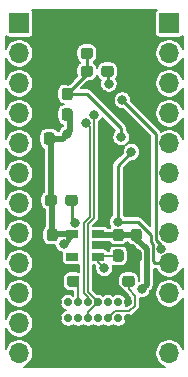
<source format=gbr>
%TF.GenerationSoftware,KiCad,Pcbnew,5.1.8+dfsg1-1~bpo10+1*%
%TF.CreationDate,2020-11-13T08:11:59-08:00*%
%TF.ProjectId,samd11d14_usb-c,73616d64-3131-4643-9134-5f7573622d63,B*%
%TF.SameCoordinates,Original*%
%TF.FileFunction,Copper,L2,Bot*%
%TF.FilePolarity,Positive*%
%FSLAX46Y46*%
G04 Gerber Fmt 4.6, Leading zero omitted, Abs format (unit mm)*
G04 Created by KiCad (PCBNEW 5.1.8+dfsg1-1~bpo10+1) date 2020-11-13 08:11:59*
%MOMM*%
%LPD*%
G01*
G04 APERTURE LIST*
%TA.AperFunction,SMDPad,CuDef*%
%ADD10R,1.060000X0.650000*%
%TD*%
%TA.AperFunction,ComponentPad*%
%ADD11O,1.700000X1.700000*%
%TD*%
%TA.AperFunction,ComponentPad*%
%ADD12R,1.700000X1.700000*%
%TD*%
%TA.AperFunction,ComponentPad*%
%ADD13O,0.900000X1.700000*%
%TD*%
%TA.AperFunction,ComponentPad*%
%ADD14O,0.900000X2.400000*%
%TD*%
%TA.AperFunction,ComponentPad*%
%ADD15C,0.700000*%
%TD*%
%TA.AperFunction,ViaPad*%
%ADD16C,0.800000*%
%TD*%
%TA.AperFunction,Conductor*%
%ADD17C,0.254000*%
%TD*%
%TA.AperFunction,Conductor*%
%ADD18C,0.508000*%
%TD*%
%TA.AperFunction,Conductor*%
%ADD19C,0.381000*%
%TD*%
%TA.AperFunction,Conductor*%
%ADD20C,0.152400*%
%TD*%
%TA.AperFunction,Conductor*%
%ADD21C,0.203200*%
%TD*%
%TA.AperFunction,Conductor*%
%ADD22C,0.100000*%
%TD*%
G04 APERTURE END LIST*
%TO.P,R106,2*%
%TO.N,+3V3*%
%TA.AperFunction,SMDPad,CuDef*%
G36*
G01*
X113696000Y-108728500D02*
X113696000Y-109203500D01*
G75*
G02*
X113458500Y-109441000I-237500J0D01*
G01*
X112883500Y-109441000D01*
G75*
G02*
X112646000Y-109203500I0J237500D01*
G01*
X112646000Y-108728500D01*
G75*
G02*
X112883500Y-108491000I237500J0D01*
G01*
X113458500Y-108491000D01*
G75*
G02*
X113696000Y-108728500I0J-237500D01*
G01*
G37*
%TD.AperFunction*%
%TO.P,R106,1*%
%TO.N,Net-(D101-Pad2)*%
%TA.AperFunction,SMDPad,CuDef*%
G36*
G01*
X115446000Y-108728500D02*
X115446000Y-109203500D01*
G75*
G02*
X115208500Y-109441000I-237500J0D01*
G01*
X114633500Y-109441000D01*
G75*
G02*
X114396000Y-109203500I0J237500D01*
G01*
X114396000Y-108728500D01*
G75*
G02*
X114633500Y-108491000I237500J0D01*
G01*
X115208500Y-108491000D01*
G75*
G02*
X115446000Y-108728500I0J-237500D01*
G01*
G37*
%TD.AperFunction*%
%TD*%
D10*
%TO.P,U101,5*%
%TO.N,+3V3*%
X114978000Y-111826000D03*
%TO.P,U101,4*%
%TO.N,N/C*%
X114978000Y-113726000D03*
%TO.P,U101,3*%
%TO.N,/EN*%
X117178000Y-113726000D03*
%TO.P,U101,2*%
%TO.N,GND*%
X117178000Y-112776000D03*
%TO.P,U101,1*%
%TO.N,+5V*%
X117178000Y-111826000D03*
%TD*%
%TO.P,R104,2*%
%TO.N,Net-(C104-Pad1)*%
%TA.AperFunction,SMDPad,CuDef*%
G36*
G01*
X114791500Y-100488000D02*
X114316500Y-100488000D01*
G75*
G02*
X114079000Y-100250500I0J237500D01*
G01*
X114079000Y-99675500D01*
G75*
G02*
X114316500Y-99438000I237500J0D01*
G01*
X114791500Y-99438000D01*
G75*
G02*
X115029000Y-99675500I0J-237500D01*
G01*
X115029000Y-100250500D01*
G75*
G02*
X114791500Y-100488000I-237500J0D01*
G01*
G37*
%TD.AperFunction*%
%TO.P,R104,1*%
%TO.N,+3V3*%
%TA.AperFunction,SMDPad,CuDef*%
G36*
G01*
X114791500Y-102238000D02*
X114316500Y-102238000D01*
G75*
G02*
X114079000Y-102000500I0J237500D01*
G01*
X114079000Y-101425500D01*
G75*
G02*
X114316500Y-101188000I237500J0D01*
G01*
X114791500Y-101188000D01*
G75*
G02*
X115029000Y-101425500I0J-237500D01*
G01*
X115029000Y-102000500D01*
G75*
G02*
X114791500Y-102238000I-237500J0D01*
G01*
G37*
%TD.AperFunction*%
%TD*%
%TO.P,R105,2*%
%TO.N,/~RESET*%
%TA.AperFunction,SMDPad,CuDef*%
G36*
G01*
X117444000Y-98281500D02*
X117444000Y-97806500D01*
G75*
G02*
X117681500Y-97569000I237500J0D01*
G01*
X118256500Y-97569000D01*
G75*
G02*
X118494000Y-97806500I0J-237500D01*
G01*
X118494000Y-98281500D01*
G75*
G02*
X118256500Y-98519000I-237500J0D01*
G01*
X117681500Y-98519000D01*
G75*
G02*
X117444000Y-98281500I0J237500D01*
G01*
G37*
%TD.AperFunction*%
%TO.P,R105,1*%
%TO.N,Net-(C104-Pad1)*%
%TA.AperFunction,SMDPad,CuDef*%
G36*
G01*
X115694000Y-98281500D02*
X115694000Y-97806500D01*
G75*
G02*
X115931500Y-97569000I237500J0D01*
G01*
X116506500Y-97569000D01*
G75*
G02*
X116744000Y-97806500I0J-237500D01*
G01*
X116744000Y-98281500D01*
G75*
G02*
X116506500Y-98519000I-237500J0D01*
G01*
X115931500Y-98519000D01*
G75*
G02*
X115694000Y-98281500I0J237500D01*
G01*
G37*
%TD.AperFunction*%
%TD*%
%TO.P,C103,2*%
%TO.N,GND*%
%TA.AperFunction,SMDPad,CuDef*%
G36*
G01*
X113267500Y-102520000D02*
X112792500Y-102520000D01*
G75*
G02*
X112555000Y-102282500I0J237500D01*
G01*
X112555000Y-101707500D01*
G75*
G02*
X112792500Y-101470000I237500J0D01*
G01*
X113267500Y-101470000D01*
G75*
G02*
X113505000Y-101707500I0J-237500D01*
G01*
X113505000Y-102282500D01*
G75*
G02*
X113267500Y-102520000I-237500J0D01*
G01*
G37*
%TD.AperFunction*%
%TO.P,C103,1*%
%TO.N,+3V3*%
%TA.AperFunction,SMDPad,CuDef*%
G36*
G01*
X113267500Y-104270000D02*
X112792500Y-104270000D01*
G75*
G02*
X112555000Y-104032500I0J237500D01*
G01*
X112555000Y-103457500D01*
G75*
G02*
X112792500Y-103220000I237500J0D01*
G01*
X113267500Y-103220000D01*
G75*
G02*
X113505000Y-103457500I0J-237500D01*
G01*
X113505000Y-104032500D01*
G75*
G02*
X113267500Y-104270000I-237500J0D01*
G01*
G37*
%TD.AperFunction*%
%TD*%
%TO.P,C102,2*%
%TO.N,GND*%
%TA.AperFunction,SMDPad,CuDef*%
G36*
G01*
X113046500Y-113126000D02*
X113521500Y-113126000D01*
G75*
G02*
X113759000Y-113363500I0J-237500D01*
G01*
X113759000Y-113938500D01*
G75*
G02*
X113521500Y-114176000I-237500J0D01*
G01*
X113046500Y-114176000D01*
G75*
G02*
X112809000Y-113938500I0J237500D01*
G01*
X112809000Y-113363500D01*
G75*
G02*
X113046500Y-113126000I237500J0D01*
G01*
G37*
%TD.AperFunction*%
%TO.P,C102,1*%
%TO.N,+3V3*%
%TA.AperFunction,SMDPad,CuDef*%
G36*
G01*
X113046500Y-111376000D02*
X113521500Y-111376000D01*
G75*
G02*
X113759000Y-111613500I0J-237500D01*
G01*
X113759000Y-112188500D01*
G75*
G02*
X113521500Y-112426000I-237500J0D01*
G01*
X113046500Y-112426000D01*
G75*
G02*
X112809000Y-112188500I0J237500D01*
G01*
X112809000Y-111613500D01*
G75*
G02*
X113046500Y-111376000I237500J0D01*
G01*
G37*
%TD.AperFunction*%
%TD*%
D11*
%TO.P,J103,12*%
%TO.N,+3V3*%
X123190000Y-121920000D03*
%TO.P,J103,11*%
%TO.N,GND*%
X123190000Y-119380000D03*
%TO.P,J103,10*%
%TO.N,/~RESET*%
X123190000Y-116840000D03*
%TO.P,J103,9*%
%TO.N,/PA27*%
X123190000Y-114300000D03*
%TO.P,J103,8*%
%TO.N,/PA14*%
X123190000Y-111760000D03*
%TO.P,J103,7*%
%TO.N,/PA15*%
X123190000Y-109220000D03*
%TO.P,J103,6*%
%TO.N,/PA16*%
X123190000Y-106680000D03*
%TO.P,J103,5*%
%TO.N,/PA17*%
X123190000Y-104140000D03*
%TO.P,J103,4*%
%TO.N,/PA22*%
X123190000Y-101600000D03*
%TO.P,J103,3*%
%TO.N,/PA23*%
X123190000Y-99060000D03*
%TO.P,J103,2*%
%TO.N,/PA30*%
X123190000Y-96520000D03*
D12*
%TO.P,J103,1*%
%TO.N,/PA31*%
X123190000Y-93980000D03*
%TD*%
%TO.P,R101,2*%
%TO.N,+5V*%
%TA.AperFunction,SMDPad,CuDef*%
G36*
G01*
X119109500Y-112426000D02*
X118634500Y-112426000D01*
G75*
G02*
X118397000Y-112188500I0J237500D01*
G01*
X118397000Y-111613500D01*
G75*
G02*
X118634500Y-111376000I237500J0D01*
G01*
X119109500Y-111376000D01*
G75*
G02*
X119347000Y-111613500I0J-237500D01*
G01*
X119347000Y-112188500D01*
G75*
G02*
X119109500Y-112426000I-237500J0D01*
G01*
G37*
%TD.AperFunction*%
%TO.P,R101,1*%
%TO.N,/EN*%
%TA.AperFunction,SMDPad,CuDef*%
G36*
G01*
X119109500Y-114176000D02*
X118634500Y-114176000D01*
G75*
G02*
X118397000Y-113938500I0J237500D01*
G01*
X118397000Y-113363500D01*
G75*
G02*
X118634500Y-113126000I237500J0D01*
G01*
X119109500Y-113126000D01*
G75*
G02*
X119347000Y-113363500I0J-237500D01*
G01*
X119347000Y-113938500D01*
G75*
G02*
X119109500Y-114176000I-237500J0D01*
G01*
G37*
%TD.AperFunction*%
%TD*%
%TO.P,C104,2*%
%TO.N,GND*%
%TA.AperFunction,SMDPad,CuDef*%
G36*
G01*
X117444000Y-96757500D02*
X117444000Y-96282500D01*
G75*
G02*
X117681500Y-96045000I237500J0D01*
G01*
X118256500Y-96045000D01*
G75*
G02*
X118494000Y-96282500I0J-237500D01*
G01*
X118494000Y-96757500D01*
G75*
G02*
X118256500Y-96995000I-237500J0D01*
G01*
X117681500Y-96995000D01*
G75*
G02*
X117444000Y-96757500I0J237500D01*
G01*
G37*
%TD.AperFunction*%
%TO.P,C104,1*%
%TO.N,Net-(C104-Pad1)*%
%TA.AperFunction,SMDPad,CuDef*%
G36*
G01*
X115694000Y-96757500D02*
X115694000Y-96282500D01*
G75*
G02*
X115931500Y-96045000I237500J0D01*
G01*
X116506500Y-96045000D01*
G75*
G02*
X116744000Y-96282500I0J-237500D01*
G01*
X116744000Y-96757500D01*
G75*
G02*
X116506500Y-96995000I-237500J0D01*
G01*
X115931500Y-96995000D01*
G75*
G02*
X115694000Y-96757500I0J237500D01*
G01*
G37*
%TD.AperFunction*%
%TD*%
D13*
%TO.P,J101,S1*%
%TO.N,GND*%
X121092000Y-121962000D03*
X112442000Y-121962000D03*
D14*
X121092000Y-118582000D03*
X112442000Y-118582000D03*
D15*
%TO.P,J101,B6*%
%TO.N,/D+*%
X117192000Y-118952000D03*
%TO.P,J101,B1*%
%TO.N,GND*%
X119742000Y-118952000D03*
%TO.P,J101,B4*%
%TO.N,+5V*%
X118892000Y-118952000D03*
%TO.P,J101,B5*%
%TO.N,Net-(J101-PadB5)*%
X118042000Y-118952000D03*
%TO.P,J101,B12*%
%TO.N,GND*%
X113792000Y-118952000D03*
%TO.P,J101,B8*%
%TO.N,N/C*%
X115492000Y-118952000D03*
%TO.P,J101,B7*%
%TO.N,/D-*%
X116342000Y-118952000D03*
%TO.P,J101,B9*%
%TO.N,+5V*%
X114642000Y-118952000D03*
%TO.P,J101,A12*%
%TO.N,GND*%
X119742000Y-117602000D03*
%TO.P,J101,A9*%
%TO.N,+5V*%
X118892000Y-117602000D03*
%TO.P,J101,A8*%
%TO.N,N/C*%
X118042000Y-117602000D03*
%TO.P,J101,A7*%
%TO.N,/D-*%
X117192000Y-117602000D03*
%TO.P,J101,A6*%
%TO.N,/D+*%
X116342000Y-117602000D03*
%TO.P,J101,A5*%
%TO.N,Net-(J101-PadA5)*%
X115492000Y-117602000D03*
%TO.P,J101,A4*%
%TO.N,+5V*%
X114642000Y-117602000D03*
%TO.P,J101,A1*%
%TO.N,GND*%
X113792000Y-117602000D03*
%TD*%
%TO.P,C101,2*%
%TO.N,GND*%
%TA.AperFunction,SMDPad,CuDef*%
G36*
G01*
X120158500Y-113126000D02*
X120633500Y-113126000D01*
G75*
G02*
X120871000Y-113363500I0J-237500D01*
G01*
X120871000Y-113938500D01*
G75*
G02*
X120633500Y-114176000I-237500J0D01*
G01*
X120158500Y-114176000D01*
G75*
G02*
X119921000Y-113938500I0J237500D01*
G01*
X119921000Y-113363500D01*
G75*
G02*
X120158500Y-113126000I237500J0D01*
G01*
G37*
%TD.AperFunction*%
%TO.P,C101,1*%
%TO.N,+5V*%
%TA.AperFunction,SMDPad,CuDef*%
G36*
G01*
X120158500Y-111376000D02*
X120633500Y-111376000D01*
G75*
G02*
X120871000Y-111613500I0J-237500D01*
G01*
X120871000Y-112188500D01*
G75*
G02*
X120633500Y-112426000I-237500J0D01*
G01*
X120158500Y-112426000D01*
G75*
G02*
X119921000Y-112188500I0J237500D01*
G01*
X119921000Y-111613500D01*
G75*
G02*
X120158500Y-111376000I237500J0D01*
G01*
G37*
%TD.AperFunction*%
%TD*%
%TO.P,R102,2*%
%TO.N,GND*%
%TA.AperFunction,SMDPad,CuDef*%
G36*
G01*
X118522000Y-115586500D02*
X118522000Y-116061500D01*
G75*
G02*
X118284500Y-116299000I-237500J0D01*
G01*
X117709500Y-116299000D01*
G75*
G02*
X117472000Y-116061500I0J237500D01*
G01*
X117472000Y-115586500D01*
G75*
G02*
X117709500Y-115349000I237500J0D01*
G01*
X118284500Y-115349000D01*
G75*
G02*
X118522000Y-115586500I0J-237500D01*
G01*
G37*
%TD.AperFunction*%
%TO.P,R102,1*%
%TO.N,Net-(J101-PadB5)*%
%TA.AperFunction,SMDPad,CuDef*%
G36*
G01*
X120272000Y-115586500D02*
X120272000Y-116061500D01*
G75*
G02*
X120034500Y-116299000I-237500J0D01*
G01*
X119459500Y-116299000D01*
G75*
G02*
X119222000Y-116061500I0J237500D01*
G01*
X119222000Y-115586500D01*
G75*
G02*
X119459500Y-115349000I237500J0D01*
G01*
X120034500Y-115349000D01*
G75*
G02*
X120272000Y-115586500I0J-237500D01*
G01*
G37*
%TD.AperFunction*%
%TD*%
D11*
%TO.P,J102,12*%
%TO.N,+5V*%
X110490000Y-121920000D03*
%TO.P,J102,11*%
%TO.N,/EN*%
X110490000Y-119380000D03*
%TO.P,J102,10*%
%TO.N,/PA11*%
X110490000Y-116840000D03*
%TO.P,J102,9*%
%TO.N,/PA10*%
X110490000Y-114300000D03*
%TO.P,J102,8*%
%TO.N,/PA09*%
X110490000Y-111760000D03*
%TO.P,J102,7*%
%TO.N,/PA08*%
X110490000Y-109220000D03*
%TO.P,J102,6*%
%TO.N,/PA07*%
X110490000Y-106680000D03*
%TO.P,J102,5*%
%TO.N,/PA06*%
X110490000Y-104140000D03*
%TO.P,J102,4*%
%TO.N,/PA05*%
X110490000Y-101600000D03*
%TO.P,J102,3*%
%TO.N,/PA04*%
X110490000Y-99060000D03*
%TO.P,J102,2*%
%TO.N,/PA03*%
X110490000Y-96520000D03*
D12*
%TO.P,J102,1*%
%TO.N,/PA02*%
X110490000Y-93980000D03*
%TD*%
%TO.P,R103,2*%
%TO.N,GND*%
%TA.AperFunction,SMDPad,CuDef*%
G36*
G01*
X113837000Y-115586500D02*
X113837000Y-116061500D01*
G75*
G02*
X113599500Y-116299000I-237500J0D01*
G01*
X113024500Y-116299000D01*
G75*
G02*
X112787000Y-116061500I0J237500D01*
G01*
X112787000Y-115586500D01*
G75*
G02*
X113024500Y-115349000I237500J0D01*
G01*
X113599500Y-115349000D01*
G75*
G02*
X113837000Y-115586500I0J-237500D01*
G01*
G37*
%TD.AperFunction*%
%TO.P,R103,1*%
%TO.N,Net-(J101-PadA5)*%
%TA.AperFunction,SMDPad,CuDef*%
G36*
G01*
X115587000Y-115586500D02*
X115587000Y-116061500D01*
G75*
G02*
X115349500Y-116299000I-237500J0D01*
G01*
X114774500Y-116299000D01*
G75*
G02*
X114537000Y-116061500I0J237500D01*
G01*
X114537000Y-115586500D01*
G75*
G02*
X114774500Y-115349000I237500J0D01*
G01*
X115349500Y-115349000D01*
G75*
G02*
X115587000Y-115586500I0J-237500D01*
G01*
G37*
%TD.AperFunction*%
%TD*%
D16*
%TO.N,GND*%
X114600000Y-98840000D03*
%TO.N,+5V*%
X120857206Y-116516106D03*
%TO.N,+3V3*%
X114551000Y-103381000D03*
X114269520Y-112654080D03*
%TO.N,Net-(C104-Pad1)*%
X119126000Y-103632000D03*
%TO.N,/PA27*%
X118850142Y-110793352D03*
X119992236Y-104878328D03*
%TO.N,/D+*%
X116133275Y-102386725D03*
%TO.N,/D-*%
X116806725Y-101713275D03*
%TO.N,/EN*%
X117690000Y-114740000D03*
%TO.N,/~RESET*%
X118086000Y-99084000D03*
X119230000Y-100500000D03*
X122490224Y-113084651D03*
%TO.N,Net-(D101-Pad2)*%
X115181188Y-110915949D03*
%TD*%
D17*
%TO.N,GND*%
X119742000Y-117107026D02*
X119742000Y-117602000D01*
X118458974Y-115824000D02*
X119742000Y-117107026D01*
X117997000Y-115824000D02*
X118458974Y-115824000D01*
X119521000Y-112776000D02*
X120396000Y-113651000D01*
X117178000Y-112776000D02*
X119521000Y-112776000D01*
D18*
%TO.N,+5V*%
X120396000Y-111901000D02*
X118872000Y-111901000D01*
X117253000Y-111901000D02*
X117178000Y-111826000D01*
X118872000Y-111901000D02*
X117253000Y-111901000D01*
X120396000Y-112215372D02*
X120396000Y-111901000D01*
X121277410Y-113096782D02*
X120396000Y-112215372D01*
X121277410Y-116095902D02*
X121277410Y-113096782D01*
X120857206Y-116516106D02*
X121277410Y-116095902D01*
%TO.N,+3V3*%
X113359000Y-111826000D02*
X113284000Y-111901000D01*
X114978000Y-111826000D02*
X113359000Y-111826000D01*
X113284000Y-109079000D02*
X113171000Y-108966000D01*
X113284000Y-111901000D02*
X113284000Y-109079000D01*
X113171000Y-103886000D02*
X113030000Y-103745000D01*
X113171000Y-108966000D02*
X113171000Y-103886000D01*
X113030000Y-103745000D02*
X114187000Y-103745000D01*
X114808000Y-101967000D02*
X114554000Y-101713000D01*
X114808000Y-103124000D02*
X114808000Y-101967000D01*
X114551000Y-103381000D02*
X114808000Y-103124000D01*
X114187000Y-103745000D02*
X114551000Y-103381000D01*
D19*
X114978000Y-111826000D02*
X114978000Y-111945600D01*
X114978000Y-111945600D02*
X114269520Y-112654080D01*
D17*
%TO.N,Net-(C104-Pad1)*%
X116219000Y-96520000D02*
X116219000Y-98044000D01*
X116219000Y-98298000D02*
X114554000Y-99963000D01*
X116219000Y-98044000D02*
X116219000Y-98298000D01*
X116210169Y-99963000D02*
X119126000Y-102878831D01*
X119126000Y-102878831D02*
X119126000Y-103632000D01*
X114554000Y-99963000D02*
X116210169Y-99963000D01*
%TO.N,/PA27*%
X121654188Y-111903164D02*
X120544376Y-110793352D01*
X120544376Y-110793352D02*
X118850142Y-110793352D01*
X123190000Y-114300000D02*
X121987919Y-114300000D01*
X121654188Y-112470453D02*
X121654188Y-111903164D01*
X121810821Y-112627086D02*
X121654188Y-112470453D01*
X121810821Y-114122902D02*
X121810821Y-112627086D01*
X121987919Y-114300000D02*
X121810821Y-114122902D01*
X118850142Y-106020422D02*
X118850142Y-110793352D01*
X119992236Y-104878328D02*
X118850142Y-106020422D01*
D20*
%TO.N,/D+*%
X116133275Y-102386725D02*
X116501925Y-102755375D01*
X116501925Y-102755375D02*
X116501925Y-110352547D01*
X116501925Y-110352547D02*
X115997600Y-110856872D01*
X116342000Y-117183053D02*
X116342000Y-117602000D01*
X115997600Y-110856872D02*
X115997600Y-116838653D01*
X115997600Y-116838653D02*
X116342000Y-117183053D01*
%TO.N,Net-(J101-PadB5)*%
X118042000Y-118952000D02*
X118620601Y-118373399D01*
X118620601Y-118373399D02*
X119826931Y-118373399D01*
X119747000Y-116457330D02*
X119747000Y-115824000D01*
X120320601Y-117030931D02*
X119747000Y-116457330D01*
X120320601Y-117879729D02*
X120320601Y-117030931D01*
X119826931Y-118373399D02*
X120320601Y-117879729D01*
%TO.N,/D-*%
X116342000Y-118452000D02*
X117192000Y-117602000D01*
X116342000Y-118952000D02*
X116342000Y-118452000D01*
X116806725Y-110478803D02*
X116302400Y-110983128D01*
X116806725Y-101713275D02*
X116806725Y-110478803D01*
X116302400Y-116712400D02*
X116557526Y-116967526D01*
X116302400Y-110983128D02*
X116302400Y-116712400D01*
X116557526Y-116967526D02*
X117192000Y-117602000D01*
%TO.N,Net-(J101-PadA5)*%
X115492000Y-116254000D02*
X115062000Y-115824000D01*
X115492000Y-117602000D02*
X115492000Y-116254000D01*
%TO.N,/EN*%
X117253000Y-113651000D02*
X117178000Y-113726000D01*
X118872000Y-113651000D02*
X117253000Y-113651000D01*
X117178000Y-113726000D02*
X117178000Y-114228000D01*
X117178000Y-114228000D02*
X117690000Y-114740000D01*
D17*
%TO.N,/~RESET*%
X122490224Y-112731738D02*
X122490224Y-113084651D01*
X122060599Y-103330599D02*
X122060599Y-112302113D01*
X122060599Y-112302113D02*
X122490224Y-112731738D01*
X119230000Y-100500000D02*
X122060599Y-103330599D01*
X117969000Y-98967000D02*
X118086000Y-99084000D01*
X117969000Y-98044000D02*
X117969000Y-98967000D01*
%TO.N,Net-(D101-Pad2)*%
X114921000Y-108966000D02*
X114921000Y-110655761D01*
X114921000Y-110655761D02*
X115181188Y-110915949D01*
%TD*%
D21*
%TO.N,GND*%
X122087337Y-92877337D02*
X122042899Y-92931484D01*
X122009879Y-92993260D01*
X121989546Y-93060290D01*
X121982680Y-93130000D01*
X121982680Y-94830000D01*
X121989546Y-94899710D01*
X122009879Y-94966740D01*
X122042899Y-95028516D01*
X122087337Y-95082663D01*
X122141484Y-95127101D01*
X122203260Y-95160121D01*
X122270290Y-95180454D01*
X122340000Y-95187320D01*
X124040000Y-95187320D01*
X124109710Y-95180454D01*
X124176740Y-95160121D01*
X124238516Y-95127101D01*
X124292663Y-95082663D01*
X124333400Y-95033026D01*
X124333400Y-96130028D01*
X124258389Y-95948934D01*
X124126450Y-95751475D01*
X123958525Y-95583550D01*
X123761066Y-95451611D01*
X123541660Y-95360731D01*
X123308741Y-95314400D01*
X123071259Y-95314400D01*
X122838340Y-95360731D01*
X122618934Y-95451611D01*
X122421475Y-95583550D01*
X122253550Y-95751475D01*
X122121611Y-95948934D01*
X122030731Y-96168340D01*
X121984400Y-96401259D01*
X121984400Y-96638741D01*
X122030731Y-96871660D01*
X122121611Y-97091066D01*
X122253550Y-97288525D01*
X122421475Y-97456450D01*
X122618934Y-97588389D01*
X122838340Y-97679269D01*
X123071259Y-97725600D01*
X123308741Y-97725600D01*
X123541660Y-97679269D01*
X123761066Y-97588389D01*
X123958525Y-97456450D01*
X124126450Y-97288525D01*
X124258389Y-97091066D01*
X124333400Y-96909972D01*
X124333400Y-98670028D01*
X124258389Y-98488934D01*
X124126450Y-98291475D01*
X123958525Y-98123550D01*
X123761066Y-97991611D01*
X123541660Y-97900731D01*
X123308741Y-97854400D01*
X123071259Y-97854400D01*
X122838340Y-97900731D01*
X122618934Y-97991611D01*
X122421475Y-98123550D01*
X122253550Y-98291475D01*
X122121611Y-98488934D01*
X122030731Y-98708340D01*
X121984400Y-98941259D01*
X121984400Y-99178741D01*
X122030731Y-99411660D01*
X122121611Y-99631066D01*
X122253550Y-99828525D01*
X122421475Y-99996450D01*
X122618934Y-100128389D01*
X122838340Y-100219269D01*
X123071259Y-100265600D01*
X123308741Y-100265600D01*
X123541660Y-100219269D01*
X123761066Y-100128389D01*
X123958525Y-99996450D01*
X124126450Y-99828525D01*
X124258389Y-99631066D01*
X124333400Y-99449972D01*
X124333400Y-101210028D01*
X124258389Y-101028934D01*
X124126450Y-100831475D01*
X123958525Y-100663550D01*
X123761066Y-100531611D01*
X123541660Y-100440731D01*
X123308741Y-100394400D01*
X123071259Y-100394400D01*
X122838340Y-100440731D01*
X122618934Y-100531611D01*
X122421475Y-100663550D01*
X122253550Y-100831475D01*
X122121611Y-101028934D01*
X122030731Y-101248340D01*
X121984400Y-101481259D01*
X121984400Y-101718741D01*
X122030731Y-101951660D01*
X122121611Y-102171066D01*
X122253550Y-102368525D01*
X122421475Y-102536450D01*
X122618934Y-102668389D01*
X122838340Y-102759269D01*
X123071259Y-102805600D01*
X123308741Y-102805600D01*
X123541660Y-102759269D01*
X123761066Y-102668389D01*
X123958525Y-102536450D01*
X124126450Y-102368525D01*
X124258389Y-102171066D01*
X124333400Y-101989972D01*
X124333400Y-103750028D01*
X124258389Y-103568934D01*
X124126450Y-103371475D01*
X123958525Y-103203550D01*
X123761066Y-103071611D01*
X123541660Y-102980731D01*
X123308741Y-102934400D01*
X123071259Y-102934400D01*
X122838340Y-102980731D01*
X122618934Y-103071611D01*
X122508696Y-103145270D01*
X122508621Y-103145022D01*
X122463808Y-103061184D01*
X122403500Y-102987698D01*
X122385081Y-102972582D01*
X119985600Y-100573101D01*
X119985600Y-100425580D01*
X119956563Y-100279600D01*
X119899604Y-100142089D01*
X119816913Y-100018333D01*
X119711667Y-99913087D01*
X119587911Y-99830396D01*
X119450400Y-99773437D01*
X119304420Y-99744400D01*
X119155580Y-99744400D01*
X119009600Y-99773437D01*
X118872089Y-99830396D01*
X118748333Y-99913087D01*
X118643087Y-100018333D01*
X118560396Y-100142089D01*
X118503437Y-100279600D01*
X118474400Y-100425580D01*
X118474400Y-100574420D01*
X118503437Y-100720400D01*
X118560396Y-100857911D01*
X118643087Y-100981667D01*
X118748333Y-101086913D01*
X118872089Y-101169604D01*
X119009600Y-101226563D01*
X119155580Y-101255600D01*
X119303101Y-101255600D01*
X121577999Y-103530498D01*
X121578000Y-111144477D01*
X120902393Y-110468870D01*
X120887277Y-110450451D01*
X120813791Y-110390143D01*
X120729953Y-110345330D01*
X120638982Y-110317735D01*
X120568083Y-110310752D01*
X120568081Y-110310752D01*
X120544376Y-110308417D01*
X120520671Y-110310752D01*
X119436122Y-110310752D01*
X119332742Y-110207372D01*
X119332742Y-106220321D01*
X119919136Y-105633928D01*
X120066656Y-105633928D01*
X120212636Y-105604891D01*
X120350147Y-105547932D01*
X120473903Y-105465241D01*
X120579149Y-105359995D01*
X120661840Y-105236239D01*
X120718799Y-105098728D01*
X120747836Y-104952748D01*
X120747836Y-104803908D01*
X120718799Y-104657928D01*
X120661840Y-104520417D01*
X120579149Y-104396661D01*
X120473903Y-104291415D01*
X120350147Y-104208724D01*
X120212636Y-104151765D01*
X120066656Y-104122728D01*
X119917816Y-104122728D01*
X119771836Y-104151765D01*
X119634325Y-104208724D01*
X119510569Y-104291415D01*
X119405323Y-104396661D01*
X119322632Y-104520417D01*
X119265673Y-104657928D01*
X119236636Y-104803908D01*
X119236636Y-104951428D01*
X118525660Y-105662405D01*
X118507241Y-105677521D01*
X118446933Y-105751007D01*
X118402120Y-105834846D01*
X118374525Y-105925817D01*
X118367542Y-105996715D01*
X118365207Y-106020422D01*
X118367542Y-106044127D01*
X118367543Y-110207371D01*
X118263229Y-110311685D01*
X118180538Y-110435441D01*
X118123579Y-110572952D01*
X118094542Y-110718932D01*
X118094542Y-110867772D01*
X118123579Y-111013752D01*
X118180538Y-111151263D01*
X118210845Y-111196620D01*
X118139925Y-111283036D01*
X118135454Y-111291400D01*
X117996004Y-111291400D01*
X117960663Y-111248337D01*
X117906516Y-111203899D01*
X117844740Y-111170879D01*
X117777710Y-111150546D01*
X117708000Y-111143680D01*
X116752505Y-111143680D01*
X117097057Y-110799129D01*
X117113531Y-110785609D01*
X117167491Y-110719859D01*
X117207586Y-110644845D01*
X117232277Y-110563451D01*
X117236695Y-110518590D01*
X117240614Y-110478804D01*
X117238525Y-110457594D01*
X117238525Y-102333508D01*
X117288392Y-102300188D01*
X117393638Y-102194942D01*
X117476329Y-102071186D01*
X117523053Y-101958384D01*
X118627045Y-103062375D01*
X118539087Y-103150333D01*
X118456396Y-103274089D01*
X118399437Y-103411600D01*
X118370400Y-103557580D01*
X118370400Y-103706420D01*
X118399437Y-103852400D01*
X118456396Y-103989911D01*
X118539087Y-104113667D01*
X118644333Y-104218913D01*
X118768089Y-104301604D01*
X118905600Y-104358563D01*
X119051580Y-104387600D01*
X119200420Y-104387600D01*
X119346400Y-104358563D01*
X119483911Y-104301604D01*
X119607667Y-104218913D01*
X119712913Y-104113667D01*
X119795604Y-103989911D01*
X119852563Y-103852400D01*
X119881600Y-103706420D01*
X119881600Y-103557580D01*
X119852563Y-103411600D01*
X119795604Y-103274089D01*
X119712913Y-103150333D01*
X119608600Y-103046020D01*
X119608600Y-102902538D01*
X119610935Y-102878831D01*
X119601617Y-102784224D01*
X119574022Y-102693254D01*
X119560731Y-102668389D01*
X119529209Y-102609416D01*
X119468901Y-102535930D01*
X119450488Y-102520819D01*
X116568186Y-99638518D01*
X116553070Y-99620099D01*
X116479584Y-99559791D01*
X116395746Y-99514978D01*
X116304775Y-99487383D01*
X116233876Y-99480400D01*
X116233874Y-99480400D01*
X116210169Y-99478065D01*
X116186464Y-99480400D01*
X115719099Y-99480400D01*
X116323180Y-98876320D01*
X116506500Y-98876320D01*
X116622544Y-98864891D01*
X116734128Y-98831042D01*
X116836964Y-98776075D01*
X116927101Y-98702101D01*
X117001075Y-98611964D01*
X117056042Y-98509128D01*
X117089891Y-98397544D01*
X117094000Y-98355823D01*
X117098109Y-98397544D01*
X117131958Y-98509128D01*
X117186925Y-98611964D01*
X117260899Y-98702101D01*
X117351036Y-98776075D01*
X117387597Y-98795617D01*
X117359437Y-98863600D01*
X117330400Y-99009580D01*
X117330400Y-99158420D01*
X117359437Y-99304400D01*
X117416396Y-99441911D01*
X117499087Y-99565667D01*
X117604333Y-99670913D01*
X117728089Y-99753604D01*
X117865600Y-99810563D01*
X118011580Y-99839600D01*
X118160420Y-99839600D01*
X118306400Y-99810563D01*
X118443911Y-99753604D01*
X118567667Y-99670913D01*
X118672913Y-99565667D01*
X118755604Y-99441911D01*
X118812563Y-99304400D01*
X118841600Y-99158420D01*
X118841600Y-99009580D01*
X118812563Y-98863600D01*
X118755604Y-98726089D01*
X118711538Y-98660140D01*
X118751075Y-98611964D01*
X118806042Y-98509128D01*
X118839891Y-98397544D01*
X118851320Y-98281500D01*
X118851320Y-97806500D01*
X118839891Y-97690456D01*
X118806042Y-97578872D01*
X118751075Y-97476036D01*
X118677101Y-97385899D01*
X118586964Y-97311925D01*
X118484128Y-97256958D01*
X118372544Y-97223109D01*
X118256500Y-97211680D01*
X117681500Y-97211680D01*
X117565456Y-97223109D01*
X117453872Y-97256958D01*
X117351036Y-97311925D01*
X117260899Y-97385899D01*
X117186925Y-97476036D01*
X117131958Y-97578872D01*
X117098109Y-97690456D01*
X117094000Y-97732177D01*
X117089891Y-97690456D01*
X117056042Y-97578872D01*
X117001075Y-97476036D01*
X116927101Y-97385899D01*
X116836964Y-97311925D01*
X116780978Y-97282000D01*
X116836964Y-97252075D01*
X116927101Y-97178101D01*
X117001075Y-97087964D01*
X117056042Y-96985128D01*
X117089891Y-96873544D01*
X117101320Y-96757500D01*
X117101320Y-96282500D01*
X117089891Y-96166456D01*
X117056042Y-96054872D01*
X117001075Y-95952036D01*
X116927101Y-95861899D01*
X116836964Y-95787925D01*
X116734128Y-95732958D01*
X116622544Y-95699109D01*
X116506500Y-95687680D01*
X115931500Y-95687680D01*
X115815456Y-95699109D01*
X115703872Y-95732958D01*
X115601036Y-95787925D01*
X115510899Y-95861899D01*
X115436925Y-95952036D01*
X115381958Y-96054872D01*
X115348109Y-96166456D01*
X115336680Y-96282500D01*
X115336680Y-96757500D01*
X115348109Y-96873544D01*
X115381958Y-96985128D01*
X115436925Y-97087964D01*
X115510899Y-97178101D01*
X115601036Y-97252075D01*
X115657022Y-97282000D01*
X115601036Y-97311925D01*
X115510899Y-97385899D01*
X115436925Y-97476036D01*
X115381958Y-97578872D01*
X115348109Y-97690456D01*
X115336680Y-97806500D01*
X115336680Y-98281500D01*
X115348109Y-98397544D01*
X115368788Y-98465712D01*
X114753821Y-99080680D01*
X114316500Y-99080680D01*
X114200456Y-99092109D01*
X114088872Y-99125958D01*
X113986036Y-99180925D01*
X113895899Y-99254899D01*
X113821925Y-99345036D01*
X113766958Y-99447872D01*
X113733109Y-99559456D01*
X113721680Y-99675500D01*
X113721680Y-100250500D01*
X113733109Y-100366544D01*
X113766958Y-100478128D01*
X113821925Y-100580964D01*
X113895899Y-100671101D01*
X113986036Y-100745075D01*
X114088872Y-100800042D01*
X114200456Y-100833891D01*
X114242177Y-100838000D01*
X114200456Y-100842109D01*
X114088872Y-100875958D01*
X113986036Y-100930925D01*
X113895899Y-101004899D01*
X113821925Y-101095036D01*
X113766958Y-101197872D01*
X113733109Y-101309456D01*
X113721680Y-101425500D01*
X113721680Y-102000500D01*
X113733109Y-102116544D01*
X113766958Y-102228128D01*
X113821925Y-102330964D01*
X113895899Y-102421101D01*
X113986036Y-102495075D01*
X114088872Y-102550042D01*
X114198400Y-102583267D01*
X114198400Y-102709196D01*
X114193089Y-102711396D01*
X114069333Y-102794087D01*
X113964087Y-102899333D01*
X113881396Y-103023089D01*
X113834875Y-103135400D01*
X113766546Y-103135400D01*
X113762075Y-103127036D01*
X113688101Y-103036899D01*
X113597964Y-102962925D01*
X113495128Y-102907958D01*
X113383544Y-102874109D01*
X113267500Y-102862680D01*
X112792500Y-102862680D01*
X112676456Y-102874109D01*
X112564872Y-102907958D01*
X112462036Y-102962925D01*
X112371899Y-103036899D01*
X112297925Y-103127036D01*
X112242958Y-103229872D01*
X112209109Y-103341456D01*
X112197680Y-103457500D01*
X112197680Y-104032500D01*
X112209109Y-104148544D01*
X112242958Y-104260128D01*
X112297925Y-104362964D01*
X112371899Y-104453101D01*
X112462036Y-104527075D01*
X112561401Y-104580187D01*
X112561400Y-108229454D01*
X112553036Y-108233925D01*
X112462899Y-108307899D01*
X112388925Y-108398036D01*
X112333958Y-108500872D01*
X112300109Y-108612456D01*
X112288680Y-108728500D01*
X112288680Y-109203500D01*
X112300109Y-109319544D01*
X112333958Y-109431128D01*
X112388925Y-109533964D01*
X112462899Y-109624101D01*
X112553036Y-109698075D01*
X112655872Y-109753042D01*
X112674401Y-109758663D01*
X112674400Y-111153095D01*
X112625899Y-111192899D01*
X112551925Y-111283036D01*
X112496958Y-111385872D01*
X112463109Y-111497456D01*
X112451680Y-111613500D01*
X112451680Y-112188500D01*
X112463109Y-112304544D01*
X112496958Y-112416128D01*
X112551925Y-112518964D01*
X112625899Y-112609101D01*
X112716036Y-112683075D01*
X112818872Y-112738042D01*
X112930456Y-112771891D01*
X113046500Y-112783320D01*
X113521500Y-112783320D01*
X113524760Y-112782999D01*
X113542957Y-112874480D01*
X113599916Y-113011991D01*
X113682607Y-113135747D01*
X113787853Y-113240993D01*
X113911609Y-113323684D01*
X114049120Y-113380643D01*
X114091848Y-113389142D01*
X114090680Y-113401000D01*
X114090680Y-114051000D01*
X114097546Y-114120710D01*
X114117879Y-114187740D01*
X114150899Y-114249516D01*
X114195337Y-114303663D01*
X114249484Y-114348101D01*
X114311260Y-114381121D01*
X114378290Y-114401454D01*
X114448000Y-114408320D01*
X115508000Y-114408320D01*
X115565801Y-114402627D01*
X115565801Y-115033522D01*
X115465544Y-115003109D01*
X115349500Y-114991680D01*
X114774500Y-114991680D01*
X114658456Y-115003109D01*
X114546872Y-115036958D01*
X114444036Y-115091925D01*
X114353899Y-115165899D01*
X114279925Y-115256036D01*
X114224958Y-115358872D01*
X114191109Y-115470456D01*
X114179680Y-115586500D01*
X114179680Y-116061500D01*
X114191109Y-116177544D01*
X114224958Y-116289128D01*
X114279925Y-116391964D01*
X114353899Y-116482101D01*
X114444036Y-116556075D01*
X114546872Y-116611042D01*
X114658456Y-116644891D01*
X114774500Y-116656320D01*
X115060201Y-116656320D01*
X115060200Y-117032815D01*
X114976227Y-116976705D01*
X114847816Y-116923516D01*
X114711496Y-116896400D01*
X114572504Y-116896400D01*
X114436184Y-116923516D01*
X114307773Y-116976705D01*
X114192206Y-117053925D01*
X114093925Y-117152206D01*
X114016705Y-117267773D01*
X113963516Y-117396184D01*
X113936400Y-117532504D01*
X113936400Y-117671496D01*
X113963516Y-117807816D01*
X114016705Y-117936227D01*
X114093925Y-118051794D01*
X114192206Y-118150075D01*
X114307773Y-118227295D01*
X114427773Y-118277000D01*
X114307773Y-118326705D01*
X114192206Y-118403925D01*
X114093925Y-118502206D01*
X114016705Y-118617773D01*
X113963516Y-118746184D01*
X113936400Y-118882504D01*
X113936400Y-119021496D01*
X113963516Y-119157816D01*
X114016705Y-119286227D01*
X114093925Y-119401794D01*
X114192206Y-119500075D01*
X114307773Y-119577295D01*
X114436184Y-119630484D01*
X114572504Y-119657600D01*
X114711496Y-119657600D01*
X114847816Y-119630484D01*
X114976227Y-119577295D01*
X115067000Y-119516642D01*
X115157773Y-119577295D01*
X115286184Y-119630484D01*
X115422504Y-119657600D01*
X115561496Y-119657600D01*
X115697816Y-119630484D01*
X115826227Y-119577295D01*
X115917000Y-119516642D01*
X116007773Y-119577295D01*
X116136184Y-119630484D01*
X116272504Y-119657600D01*
X116411496Y-119657600D01*
X116547816Y-119630484D01*
X116676227Y-119577295D01*
X116767000Y-119516642D01*
X116857773Y-119577295D01*
X116986184Y-119630484D01*
X117122504Y-119657600D01*
X117261496Y-119657600D01*
X117397816Y-119630484D01*
X117526227Y-119577295D01*
X117617000Y-119516642D01*
X117707773Y-119577295D01*
X117836184Y-119630484D01*
X117972504Y-119657600D01*
X118111496Y-119657600D01*
X118247816Y-119630484D01*
X118376227Y-119577295D01*
X118467000Y-119516642D01*
X118557773Y-119577295D01*
X118686184Y-119630484D01*
X118822504Y-119657600D01*
X118961496Y-119657600D01*
X119097816Y-119630484D01*
X119226227Y-119577295D01*
X119341794Y-119500075D01*
X119440075Y-119401794D01*
X119517295Y-119286227D01*
X119570484Y-119157816D01*
X119597600Y-119021496D01*
X119597600Y-118882504D01*
X119582223Y-118805199D01*
X119805721Y-118805199D01*
X119826931Y-118807288D01*
X119848141Y-118805199D01*
X119911579Y-118798951D01*
X119992973Y-118774260D01*
X120067987Y-118734165D01*
X120133737Y-118680205D01*
X120147266Y-118663720D01*
X120610929Y-118200058D01*
X120627407Y-118186535D01*
X120681367Y-118120785D01*
X120721462Y-118045771D01*
X120746153Y-117964377D01*
X120752401Y-117900939D01*
X120752401Y-117900938D01*
X120754490Y-117879729D01*
X120752401Y-117858519D01*
X120752401Y-117265662D01*
X120782786Y-117271706D01*
X120931626Y-117271706D01*
X121077606Y-117242669D01*
X121215117Y-117185710D01*
X121338873Y-117103019D01*
X121444119Y-116997773D01*
X121526810Y-116874017D01*
X121583769Y-116736506D01*
X121604840Y-116630576D01*
X121687284Y-116548132D01*
X121710548Y-116529040D01*
X121786726Y-116436216D01*
X121843331Y-116330314D01*
X121878189Y-116215404D01*
X121887010Y-116125843D01*
X121887010Y-116125842D01*
X121889959Y-116095903D01*
X121887010Y-116065964D01*
X121887010Y-114773705D01*
X121893313Y-114775617D01*
X121964212Y-114782600D01*
X121964221Y-114782600D01*
X121987918Y-114784934D01*
X122011615Y-114782600D01*
X122084968Y-114782600D01*
X122121611Y-114871066D01*
X122253550Y-115068525D01*
X122421475Y-115236450D01*
X122618934Y-115368389D01*
X122838340Y-115459269D01*
X123071259Y-115505600D01*
X123308741Y-115505600D01*
X123541660Y-115459269D01*
X123761066Y-115368389D01*
X123958525Y-115236450D01*
X124126450Y-115068525D01*
X124258389Y-114871066D01*
X124333401Y-114689970D01*
X124333401Y-116450030D01*
X124258389Y-116268934D01*
X124126450Y-116071475D01*
X123958525Y-115903550D01*
X123761066Y-115771611D01*
X123541660Y-115680731D01*
X123308741Y-115634400D01*
X123071259Y-115634400D01*
X122838340Y-115680731D01*
X122618934Y-115771611D01*
X122421475Y-115903550D01*
X122253550Y-116071475D01*
X122121611Y-116268934D01*
X122030731Y-116488340D01*
X121984400Y-116721259D01*
X121984400Y-116958741D01*
X122030731Y-117191660D01*
X122121611Y-117411066D01*
X122253550Y-117608525D01*
X122421475Y-117776450D01*
X122618934Y-117908389D01*
X122838340Y-117999269D01*
X123071259Y-118045600D01*
X123308741Y-118045600D01*
X123541660Y-117999269D01*
X123761066Y-117908389D01*
X123958525Y-117776450D01*
X124126450Y-117608525D01*
X124258389Y-117411066D01*
X124333401Y-117229970D01*
X124333401Y-121530031D01*
X124258389Y-121348934D01*
X124126450Y-121151475D01*
X123958525Y-120983550D01*
X123761066Y-120851611D01*
X123541660Y-120760731D01*
X123308741Y-120714400D01*
X123071259Y-120714400D01*
X122838340Y-120760731D01*
X122618934Y-120851611D01*
X122421475Y-120983550D01*
X122253550Y-121151475D01*
X122121611Y-121348934D01*
X122030731Y-121568340D01*
X121984400Y-121801259D01*
X121984400Y-122038741D01*
X122030731Y-122271660D01*
X122121611Y-122491066D01*
X122253550Y-122688525D01*
X122421475Y-122856450D01*
X122618934Y-122988389D01*
X122800028Y-123063400D01*
X110879972Y-123063400D01*
X111061066Y-122988389D01*
X111258525Y-122856450D01*
X111426450Y-122688525D01*
X111558389Y-122491066D01*
X111649269Y-122271660D01*
X111695600Y-122038741D01*
X111695600Y-121801259D01*
X111649269Y-121568340D01*
X111558389Y-121348934D01*
X111426450Y-121151475D01*
X111258525Y-120983550D01*
X111061066Y-120851611D01*
X110841660Y-120760731D01*
X110608741Y-120714400D01*
X110371259Y-120714400D01*
X110138340Y-120760731D01*
X109918934Y-120851611D01*
X109721475Y-120983550D01*
X109553550Y-121151475D01*
X109421611Y-121348934D01*
X109346600Y-121530028D01*
X109346600Y-119769972D01*
X109421611Y-119951066D01*
X109553550Y-120148525D01*
X109721475Y-120316450D01*
X109918934Y-120448389D01*
X110138340Y-120539269D01*
X110371259Y-120585600D01*
X110608741Y-120585600D01*
X110841660Y-120539269D01*
X111061066Y-120448389D01*
X111258525Y-120316450D01*
X111426450Y-120148525D01*
X111558389Y-119951066D01*
X111649269Y-119731660D01*
X111695600Y-119498741D01*
X111695600Y-119261259D01*
X111649269Y-119028340D01*
X111558389Y-118808934D01*
X111426450Y-118611475D01*
X111258525Y-118443550D01*
X111061066Y-118311611D01*
X110841660Y-118220731D01*
X110608741Y-118174400D01*
X110371259Y-118174400D01*
X110138340Y-118220731D01*
X109918934Y-118311611D01*
X109721475Y-118443550D01*
X109553550Y-118611475D01*
X109421611Y-118808934D01*
X109346600Y-118990028D01*
X109346600Y-117229972D01*
X109421611Y-117411066D01*
X109553550Y-117608525D01*
X109721475Y-117776450D01*
X109918934Y-117908389D01*
X110138340Y-117999269D01*
X110371259Y-118045600D01*
X110608741Y-118045600D01*
X110841660Y-117999269D01*
X111061066Y-117908389D01*
X111258525Y-117776450D01*
X111426450Y-117608525D01*
X111558389Y-117411066D01*
X111649269Y-117191660D01*
X111695600Y-116958741D01*
X111695600Y-116721259D01*
X111649269Y-116488340D01*
X111558389Y-116268934D01*
X111426450Y-116071475D01*
X111258525Y-115903550D01*
X111061066Y-115771611D01*
X110841660Y-115680731D01*
X110608741Y-115634400D01*
X110371259Y-115634400D01*
X110138340Y-115680731D01*
X109918934Y-115771611D01*
X109721475Y-115903550D01*
X109553550Y-116071475D01*
X109421611Y-116268934D01*
X109346600Y-116450028D01*
X109346600Y-114689972D01*
X109421611Y-114871066D01*
X109553550Y-115068525D01*
X109721475Y-115236450D01*
X109918934Y-115368389D01*
X110138340Y-115459269D01*
X110371259Y-115505600D01*
X110608741Y-115505600D01*
X110841660Y-115459269D01*
X111061066Y-115368389D01*
X111258525Y-115236450D01*
X111426450Y-115068525D01*
X111558389Y-114871066D01*
X111649269Y-114651660D01*
X111695600Y-114418741D01*
X111695600Y-114181259D01*
X111649269Y-113948340D01*
X111558389Y-113728934D01*
X111426450Y-113531475D01*
X111258525Y-113363550D01*
X111061066Y-113231611D01*
X110841660Y-113140731D01*
X110608741Y-113094400D01*
X110371259Y-113094400D01*
X110138340Y-113140731D01*
X109918934Y-113231611D01*
X109721475Y-113363550D01*
X109553550Y-113531475D01*
X109421611Y-113728934D01*
X109346600Y-113910028D01*
X109346600Y-112149972D01*
X109421611Y-112331066D01*
X109553550Y-112528525D01*
X109721475Y-112696450D01*
X109918934Y-112828389D01*
X110138340Y-112919269D01*
X110371259Y-112965600D01*
X110608741Y-112965600D01*
X110841660Y-112919269D01*
X111061066Y-112828389D01*
X111258525Y-112696450D01*
X111426450Y-112528525D01*
X111558389Y-112331066D01*
X111649269Y-112111660D01*
X111695600Y-111878741D01*
X111695600Y-111641259D01*
X111649269Y-111408340D01*
X111558389Y-111188934D01*
X111426450Y-110991475D01*
X111258525Y-110823550D01*
X111061066Y-110691611D01*
X110841660Y-110600731D01*
X110608741Y-110554400D01*
X110371259Y-110554400D01*
X110138340Y-110600731D01*
X109918934Y-110691611D01*
X109721475Y-110823550D01*
X109553550Y-110991475D01*
X109421611Y-111188934D01*
X109346600Y-111370028D01*
X109346600Y-109609972D01*
X109421611Y-109791066D01*
X109553550Y-109988525D01*
X109721475Y-110156450D01*
X109918934Y-110288389D01*
X110138340Y-110379269D01*
X110371259Y-110425600D01*
X110608741Y-110425600D01*
X110841660Y-110379269D01*
X111061066Y-110288389D01*
X111258525Y-110156450D01*
X111426450Y-109988525D01*
X111558389Y-109791066D01*
X111649269Y-109571660D01*
X111695600Y-109338741D01*
X111695600Y-109101259D01*
X111649269Y-108868340D01*
X111558389Y-108648934D01*
X111426450Y-108451475D01*
X111258525Y-108283550D01*
X111061066Y-108151611D01*
X110841660Y-108060731D01*
X110608741Y-108014400D01*
X110371259Y-108014400D01*
X110138340Y-108060731D01*
X109918934Y-108151611D01*
X109721475Y-108283550D01*
X109553550Y-108451475D01*
X109421611Y-108648934D01*
X109346600Y-108830028D01*
X109346600Y-107069972D01*
X109421611Y-107251066D01*
X109553550Y-107448525D01*
X109721475Y-107616450D01*
X109918934Y-107748389D01*
X110138340Y-107839269D01*
X110371259Y-107885600D01*
X110608741Y-107885600D01*
X110841660Y-107839269D01*
X111061066Y-107748389D01*
X111258525Y-107616450D01*
X111426450Y-107448525D01*
X111558389Y-107251066D01*
X111649269Y-107031660D01*
X111695600Y-106798741D01*
X111695600Y-106561259D01*
X111649269Y-106328340D01*
X111558389Y-106108934D01*
X111426450Y-105911475D01*
X111258525Y-105743550D01*
X111061066Y-105611611D01*
X110841660Y-105520731D01*
X110608741Y-105474400D01*
X110371259Y-105474400D01*
X110138340Y-105520731D01*
X109918934Y-105611611D01*
X109721475Y-105743550D01*
X109553550Y-105911475D01*
X109421611Y-106108934D01*
X109346600Y-106290028D01*
X109346600Y-104529972D01*
X109421611Y-104711066D01*
X109553550Y-104908525D01*
X109721475Y-105076450D01*
X109918934Y-105208389D01*
X110138340Y-105299269D01*
X110371259Y-105345600D01*
X110608741Y-105345600D01*
X110841660Y-105299269D01*
X111061066Y-105208389D01*
X111258525Y-105076450D01*
X111426450Y-104908525D01*
X111558389Y-104711066D01*
X111649269Y-104491660D01*
X111695600Y-104258741D01*
X111695600Y-104021259D01*
X111649269Y-103788340D01*
X111558389Y-103568934D01*
X111426450Y-103371475D01*
X111258525Y-103203550D01*
X111061066Y-103071611D01*
X110841660Y-102980731D01*
X110608741Y-102934400D01*
X110371259Y-102934400D01*
X110138340Y-102980731D01*
X109918934Y-103071611D01*
X109721475Y-103203550D01*
X109553550Y-103371475D01*
X109421611Y-103568934D01*
X109346600Y-103750028D01*
X109346600Y-101989972D01*
X109421611Y-102171066D01*
X109553550Y-102368525D01*
X109721475Y-102536450D01*
X109918934Y-102668389D01*
X110138340Y-102759269D01*
X110371259Y-102805600D01*
X110608741Y-102805600D01*
X110841660Y-102759269D01*
X111061066Y-102668389D01*
X111258525Y-102536450D01*
X111426450Y-102368525D01*
X111558389Y-102171066D01*
X111649269Y-101951660D01*
X111695600Y-101718741D01*
X111695600Y-101481259D01*
X111649269Y-101248340D01*
X111558389Y-101028934D01*
X111426450Y-100831475D01*
X111258525Y-100663550D01*
X111061066Y-100531611D01*
X110841660Y-100440731D01*
X110608741Y-100394400D01*
X110371259Y-100394400D01*
X110138340Y-100440731D01*
X109918934Y-100531611D01*
X109721475Y-100663550D01*
X109553550Y-100831475D01*
X109421611Y-101028934D01*
X109346600Y-101210028D01*
X109346600Y-99449972D01*
X109421611Y-99631066D01*
X109553550Y-99828525D01*
X109721475Y-99996450D01*
X109918934Y-100128389D01*
X110138340Y-100219269D01*
X110371259Y-100265600D01*
X110608741Y-100265600D01*
X110841660Y-100219269D01*
X111061066Y-100128389D01*
X111258525Y-99996450D01*
X111426450Y-99828525D01*
X111558389Y-99631066D01*
X111649269Y-99411660D01*
X111695600Y-99178741D01*
X111695600Y-98941259D01*
X111649269Y-98708340D01*
X111558389Y-98488934D01*
X111426450Y-98291475D01*
X111258525Y-98123550D01*
X111061066Y-97991611D01*
X110841660Y-97900731D01*
X110608741Y-97854400D01*
X110371259Y-97854400D01*
X110138340Y-97900731D01*
X109918934Y-97991611D01*
X109721475Y-98123550D01*
X109553550Y-98291475D01*
X109421611Y-98488934D01*
X109346600Y-98670028D01*
X109346600Y-96909972D01*
X109421611Y-97091066D01*
X109553550Y-97288525D01*
X109721475Y-97456450D01*
X109918934Y-97588389D01*
X110138340Y-97679269D01*
X110371259Y-97725600D01*
X110608741Y-97725600D01*
X110841660Y-97679269D01*
X111061066Y-97588389D01*
X111258525Y-97456450D01*
X111426450Y-97288525D01*
X111558389Y-97091066D01*
X111649269Y-96871660D01*
X111695600Y-96638741D01*
X111695600Y-96401259D01*
X111649269Y-96168340D01*
X111558389Y-95948934D01*
X111426450Y-95751475D01*
X111258525Y-95583550D01*
X111061066Y-95451611D01*
X110841660Y-95360731D01*
X110608741Y-95314400D01*
X110371259Y-95314400D01*
X110138340Y-95360731D01*
X109918934Y-95451611D01*
X109721475Y-95583550D01*
X109553550Y-95751475D01*
X109421611Y-95948934D01*
X109346600Y-96130028D01*
X109346600Y-95033026D01*
X109387337Y-95082663D01*
X109441484Y-95127101D01*
X109503260Y-95160121D01*
X109570290Y-95180454D01*
X109640000Y-95187320D01*
X111340000Y-95187320D01*
X111409710Y-95180454D01*
X111476740Y-95160121D01*
X111538516Y-95127101D01*
X111592663Y-95082663D01*
X111637101Y-95028516D01*
X111670121Y-94966740D01*
X111690454Y-94899710D01*
X111697320Y-94830000D01*
X111697320Y-93130000D01*
X111690454Y-93060290D01*
X111670121Y-92993260D01*
X111637101Y-92931484D01*
X111592663Y-92877337D01*
X111543026Y-92836600D01*
X122136974Y-92836600D01*
X122087337Y-92877337D01*
%TA.AperFunction,Conductor*%
D22*
G36*
X122087337Y-92877337D02*
G01*
X122042899Y-92931484D01*
X122009879Y-92993260D01*
X121989546Y-93060290D01*
X121982680Y-93130000D01*
X121982680Y-94830000D01*
X121989546Y-94899710D01*
X122009879Y-94966740D01*
X122042899Y-95028516D01*
X122087337Y-95082663D01*
X122141484Y-95127101D01*
X122203260Y-95160121D01*
X122270290Y-95180454D01*
X122340000Y-95187320D01*
X124040000Y-95187320D01*
X124109710Y-95180454D01*
X124176740Y-95160121D01*
X124238516Y-95127101D01*
X124292663Y-95082663D01*
X124333400Y-95033026D01*
X124333400Y-96130028D01*
X124258389Y-95948934D01*
X124126450Y-95751475D01*
X123958525Y-95583550D01*
X123761066Y-95451611D01*
X123541660Y-95360731D01*
X123308741Y-95314400D01*
X123071259Y-95314400D01*
X122838340Y-95360731D01*
X122618934Y-95451611D01*
X122421475Y-95583550D01*
X122253550Y-95751475D01*
X122121611Y-95948934D01*
X122030731Y-96168340D01*
X121984400Y-96401259D01*
X121984400Y-96638741D01*
X122030731Y-96871660D01*
X122121611Y-97091066D01*
X122253550Y-97288525D01*
X122421475Y-97456450D01*
X122618934Y-97588389D01*
X122838340Y-97679269D01*
X123071259Y-97725600D01*
X123308741Y-97725600D01*
X123541660Y-97679269D01*
X123761066Y-97588389D01*
X123958525Y-97456450D01*
X124126450Y-97288525D01*
X124258389Y-97091066D01*
X124333400Y-96909972D01*
X124333400Y-98670028D01*
X124258389Y-98488934D01*
X124126450Y-98291475D01*
X123958525Y-98123550D01*
X123761066Y-97991611D01*
X123541660Y-97900731D01*
X123308741Y-97854400D01*
X123071259Y-97854400D01*
X122838340Y-97900731D01*
X122618934Y-97991611D01*
X122421475Y-98123550D01*
X122253550Y-98291475D01*
X122121611Y-98488934D01*
X122030731Y-98708340D01*
X121984400Y-98941259D01*
X121984400Y-99178741D01*
X122030731Y-99411660D01*
X122121611Y-99631066D01*
X122253550Y-99828525D01*
X122421475Y-99996450D01*
X122618934Y-100128389D01*
X122838340Y-100219269D01*
X123071259Y-100265600D01*
X123308741Y-100265600D01*
X123541660Y-100219269D01*
X123761066Y-100128389D01*
X123958525Y-99996450D01*
X124126450Y-99828525D01*
X124258389Y-99631066D01*
X124333400Y-99449972D01*
X124333400Y-101210028D01*
X124258389Y-101028934D01*
X124126450Y-100831475D01*
X123958525Y-100663550D01*
X123761066Y-100531611D01*
X123541660Y-100440731D01*
X123308741Y-100394400D01*
X123071259Y-100394400D01*
X122838340Y-100440731D01*
X122618934Y-100531611D01*
X122421475Y-100663550D01*
X122253550Y-100831475D01*
X122121611Y-101028934D01*
X122030731Y-101248340D01*
X121984400Y-101481259D01*
X121984400Y-101718741D01*
X122030731Y-101951660D01*
X122121611Y-102171066D01*
X122253550Y-102368525D01*
X122421475Y-102536450D01*
X122618934Y-102668389D01*
X122838340Y-102759269D01*
X123071259Y-102805600D01*
X123308741Y-102805600D01*
X123541660Y-102759269D01*
X123761066Y-102668389D01*
X123958525Y-102536450D01*
X124126450Y-102368525D01*
X124258389Y-102171066D01*
X124333400Y-101989972D01*
X124333400Y-103750028D01*
X124258389Y-103568934D01*
X124126450Y-103371475D01*
X123958525Y-103203550D01*
X123761066Y-103071611D01*
X123541660Y-102980731D01*
X123308741Y-102934400D01*
X123071259Y-102934400D01*
X122838340Y-102980731D01*
X122618934Y-103071611D01*
X122508696Y-103145270D01*
X122508621Y-103145022D01*
X122463808Y-103061184D01*
X122403500Y-102987698D01*
X122385081Y-102972582D01*
X119985600Y-100573101D01*
X119985600Y-100425580D01*
X119956563Y-100279600D01*
X119899604Y-100142089D01*
X119816913Y-100018333D01*
X119711667Y-99913087D01*
X119587911Y-99830396D01*
X119450400Y-99773437D01*
X119304420Y-99744400D01*
X119155580Y-99744400D01*
X119009600Y-99773437D01*
X118872089Y-99830396D01*
X118748333Y-99913087D01*
X118643087Y-100018333D01*
X118560396Y-100142089D01*
X118503437Y-100279600D01*
X118474400Y-100425580D01*
X118474400Y-100574420D01*
X118503437Y-100720400D01*
X118560396Y-100857911D01*
X118643087Y-100981667D01*
X118748333Y-101086913D01*
X118872089Y-101169604D01*
X119009600Y-101226563D01*
X119155580Y-101255600D01*
X119303101Y-101255600D01*
X121577999Y-103530498D01*
X121578000Y-111144477D01*
X120902393Y-110468870D01*
X120887277Y-110450451D01*
X120813791Y-110390143D01*
X120729953Y-110345330D01*
X120638982Y-110317735D01*
X120568083Y-110310752D01*
X120568081Y-110310752D01*
X120544376Y-110308417D01*
X120520671Y-110310752D01*
X119436122Y-110310752D01*
X119332742Y-110207372D01*
X119332742Y-106220321D01*
X119919136Y-105633928D01*
X120066656Y-105633928D01*
X120212636Y-105604891D01*
X120350147Y-105547932D01*
X120473903Y-105465241D01*
X120579149Y-105359995D01*
X120661840Y-105236239D01*
X120718799Y-105098728D01*
X120747836Y-104952748D01*
X120747836Y-104803908D01*
X120718799Y-104657928D01*
X120661840Y-104520417D01*
X120579149Y-104396661D01*
X120473903Y-104291415D01*
X120350147Y-104208724D01*
X120212636Y-104151765D01*
X120066656Y-104122728D01*
X119917816Y-104122728D01*
X119771836Y-104151765D01*
X119634325Y-104208724D01*
X119510569Y-104291415D01*
X119405323Y-104396661D01*
X119322632Y-104520417D01*
X119265673Y-104657928D01*
X119236636Y-104803908D01*
X119236636Y-104951428D01*
X118525660Y-105662405D01*
X118507241Y-105677521D01*
X118446933Y-105751007D01*
X118402120Y-105834846D01*
X118374525Y-105925817D01*
X118367542Y-105996715D01*
X118365207Y-106020422D01*
X118367542Y-106044127D01*
X118367543Y-110207371D01*
X118263229Y-110311685D01*
X118180538Y-110435441D01*
X118123579Y-110572952D01*
X118094542Y-110718932D01*
X118094542Y-110867772D01*
X118123579Y-111013752D01*
X118180538Y-111151263D01*
X118210845Y-111196620D01*
X118139925Y-111283036D01*
X118135454Y-111291400D01*
X117996004Y-111291400D01*
X117960663Y-111248337D01*
X117906516Y-111203899D01*
X117844740Y-111170879D01*
X117777710Y-111150546D01*
X117708000Y-111143680D01*
X116752505Y-111143680D01*
X117097057Y-110799129D01*
X117113531Y-110785609D01*
X117167491Y-110719859D01*
X117207586Y-110644845D01*
X117232277Y-110563451D01*
X117236695Y-110518590D01*
X117240614Y-110478804D01*
X117238525Y-110457594D01*
X117238525Y-102333508D01*
X117288392Y-102300188D01*
X117393638Y-102194942D01*
X117476329Y-102071186D01*
X117523053Y-101958384D01*
X118627045Y-103062375D01*
X118539087Y-103150333D01*
X118456396Y-103274089D01*
X118399437Y-103411600D01*
X118370400Y-103557580D01*
X118370400Y-103706420D01*
X118399437Y-103852400D01*
X118456396Y-103989911D01*
X118539087Y-104113667D01*
X118644333Y-104218913D01*
X118768089Y-104301604D01*
X118905600Y-104358563D01*
X119051580Y-104387600D01*
X119200420Y-104387600D01*
X119346400Y-104358563D01*
X119483911Y-104301604D01*
X119607667Y-104218913D01*
X119712913Y-104113667D01*
X119795604Y-103989911D01*
X119852563Y-103852400D01*
X119881600Y-103706420D01*
X119881600Y-103557580D01*
X119852563Y-103411600D01*
X119795604Y-103274089D01*
X119712913Y-103150333D01*
X119608600Y-103046020D01*
X119608600Y-102902538D01*
X119610935Y-102878831D01*
X119601617Y-102784224D01*
X119574022Y-102693254D01*
X119560731Y-102668389D01*
X119529209Y-102609416D01*
X119468901Y-102535930D01*
X119450488Y-102520819D01*
X116568186Y-99638518D01*
X116553070Y-99620099D01*
X116479584Y-99559791D01*
X116395746Y-99514978D01*
X116304775Y-99487383D01*
X116233876Y-99480400D01*
X116233874Y-99480400D01*
X116210169Y-99478065D01*
X116186464Y-99480400D01*
X115719099Y-99480400D01*
X116323180Y-98876320D01*
X116506500Y-98876320D01*
X116622544Y-98864891D01*
X116734128Y-98831042D01*
X116836964Y-98776075D01*
X116927101Y-98702101D01*
X117001075Y-98611964D01*
X117056042Y-98509128D01*
X117089891Y-98397544D01*
X117094000Y-98355823D01*
X117098109Y-98397544D01*
X117131958Y-98509128D01*
X117186925Y-98611964D01*
X117260899Y-98702101D01*
X117351036Y-98776075D01*
X117387597Y-98795617D01*
X117359437Y-98863600D01*
X117330400Y-99009580D01*
X117330400Y-99158420D01*
X117359437Y-99304400D01*
X117416396Y-99441911D01*
X117499087Y-99565667D01*
X117604333Y-99670913D01*
X117728089Y-99753604D01*
X117865600Y-99810563D01*
X118011580Y-99839600D01*
X118160420Y-99839600D01*
X118306400Y-99810563D01*
X118443911Y-99753604D01*
X118567667Y-99670913D01*
X118672913Y-99565667D01*
X118755604Y-99441911D01*
X118812563Y-99304400D01*
X118841600Y-99158420D01*
X118841600Y-99009580D01*
X118812563Y-98863600D01*
X118755604Y-98726089D01*
X118711538Y-98660140D01*
X118751075Y-98611964D01*
X118806042Y-98509128D01*
X118839891Y-98397544D01*
X118851320Y-98281500D01*
X118851320Y-97806500D01*
X118839891Y-97690456D01*
X118806042Y-97578872D01*
X118751075Y-97476036D01*
X118677101Y-97385899D01*
X118586964Y-97311925D01*
X118484128Y-97256958D01*
X118372544Y-97223109D01*
X118256500Y-97211680D01*
X117681500Y-97211680D01*
X117565456Y-97223109D01*
X117453872Y-97256958D01*
X117351036Y-97311925D01*
X117260899Y-97385899D01*
X117186925Y-97476036D01*
X117131958Y-97578872D01*
X117098109Y-97690456D01*
X117094000Y-97732177D01*
X117089891Y-97690456D01*
X117056042Y-97578872D01*
X117001075Y-97476036D01*
X116927101Y-97385899D01*
X116836964Y-97311925D01*
X116780978Y-97282000D01*
X116836964Y-97252075D01*
X116927101Y-97178101D01*
X117001075Y-97087964D01*
X117056042Y-96985128D01*
X117089891Y-96873544D01*
X117101320Y-96757500D01*
X117101320Y-96282500D01*
X117089891Y-96166456D01*
X117056042Y-96054872D01*
X117001075Y-95952036D01*
X116927101Y-95861899D01*
X116836964Y-95787925D01*
X116734128Y-95732958D01*
X116622544Y-95699109D01*
X116506500Y-95687680D01*
X115931500Y-95687680D01*
X115815456Y-95699109D01*
X115703872Y-95732958D01*
X115601036Y-95787925D01*
X115510899Y-95861899D01*
X115436925Y-95952036D01*
X115381958Y-96054872D01*
X115348109Y-96166456D01*
X115336680Y-96282500D01*
X115336680Y-96757500D01*
X115348109Y-96873544D01*
X115381958Y-96985128D01*
X115436925Y-97087964D01*
X115510899Y-97178101D01*
X115601036Y-97252075D01*
X115657022Y-97282000D01*
X115601036Y-97311925D01*
X115510899Y-97385899D01*
X115436925Y-97476036D01*
X115381958Y-97578872D01*
X115348109Y-97690456D01*
X115336680Y-97806500D01*
X115336680Y-98281500D01*
X115348109Y-98397544D01*
X115368788Y-98465712D01*
X114753821Y-99080680D01*
X114316500Y-99080680D01*
X114200456Y-99092109D01*
X114088872Y-99125958D01*
X113986036Y-99180925D01*
X113895899Y-99254899D01*
X113821925Y-99345036D01*
X113766958Y-99447872D01*
X113733109Y-99559456D01*
X113721680Y-99675500D01*
X113721680Y-100250500D01*
X113733109Y-100366544D01*
X113766958Y-100478128D01*
X113821925Y-100580964D01*
X113895899Y-100671101D01*
X113986036Y-100745075D01*
X114088872Y-100800042D01*
X114200456Y-100833891D01*
X114242177Y-100838000D01*
X114200456Y-100842109D01*
X114088872Y-100875958D01*
X113986036Y-100930925D01*
X113895899Y-101004899D01*
X113821925Y-101095036D01*
X113766958Y-101197872D01*
X113733109Y-101309456D01*
X113721680Y-101425500D01*
X113721680Y-102000500D01*
X113733109Y-102116544D01*
X113766958Y-102228128D01*
X113821925Y-102330964D01*
X113895899Y-102421101D01*
X113986036Y-102495075D01*
X114088872Y-102550042D01*
X114198400Y-102583267D01*
X114198400Y-102709196D01*
X114193089Y-102711396D01*
X114069333Y-102794087D01*
X113964087Y-102899333D01*
X113881396Y-103023089D01*
X113834875Y-103135400D01*
X113766546Y-103135400D01*
X113762075Y-103127036D01*
X113688101Y-103036899D01*
X113597964Y-102962925D01*
X113495128Y-102907958D01*
X113383544Y-102874109D01*
X113267500Y-102862680D01*
X112792500Y-102862680D01*
X112676456Y-102874109D01*
X112564872Y-102907958D01*
X112462036Y-102962925D01*
X112371899Y-103036899D01*
X112297925Y-103127036D01*
X112242958Y-103229872D01*
X112209109Y-103341456D01*
X112197680Y-103457500D01*
X112197680Y-104032500D01*
X112209109Y-104148544D01*
X112242958Y-104260128D01*
X112297925Y-104362964D01*
X112371899Y-104453101D01*
X112462036Y-104527075D01*
X112561401Y-104580187D01*
X112561400Y-108229454D01*
X112553036Y-108233925D01*
X112462899Y-108307899D01*
X112388925Y-108398036D01*
X112333958Y-108500872D01*
X112300109Y-108612456D01*
X112288680Y-108728500D01*
X112288680Y-109203500D01*
X112300109Y-109319544D01*
X112333958Y-109431128D01*
X112388925Y-109533964D01*
X112462899Y-109624101D01*
X112553036Y-109698075D01*
X112655872Y-109753042D01*
X112674401Y-109758663D01*
X112674400Y-111153095D01*
X112625899Y-111192899D01*
X112551925Y-111283036D01*
X112496958Y-111385872D01*
X112463109Y-111497456D01*
X112451680Y-111613500D01*
X112451680Y-112188500D01*
X112463109Y-112304544D01*
X112496958Y-112416128D01*
X112551925Y-112518964D01*
X112625899Y-112609101D01*
X112716036Y-112683075D01*
X112818872Y-112738042D01*
X112930456Y-112771891D01*
X113046500Y-112783320D01*
X113521500Y-112783320D01*
X113524760Y-112782999D01*
X113542957Y-112874480D01*
X113599916Y-113011991D01*
X113682607Y-113135747D01*
X113787853Y-113240993D01*
X113911609Y-113323684D01*
X114049120Y-113380643D01*
X114091848Y-113389142D01*
X114090680Y-113401000D01*
X114090680Y-114051000D01*
X114097546Y-114120710D01*
X114117879Y-114187740D01*
X114150899Y-114249516D01*
X114195337Y-114303663D01*
X114249484Y-114348101D01*
X114311260Y-114381121D01*
X114378290Y-114401454D01*
X114448000Y-114408320D01*
X115508000Y-114408320D01*
X115565801Y-114402627D01*
X115565801Y-115033522D01*
X115465544Y-115003109D01*
X115349500Y-114991680D01*
X114774500Y-114991680D01*
X114658456Y-115003109D01*
X114546872Y-115036958D01*
X114444036Y-115091925D01*
X114353899Y-115165899D01*
X114279925Y-115256036D01*
X114224958Y-115358872D01*
X114191109Y-115470456D01*
X114179680Y-115586500D01*
X114179680Y-116061500D01*
X114191109Y-116177544D01*
X114224958Y-116289128D01*
X114279925Y-116391964D01*
X114353899Y-116482101D01*
X114444036Y-116556075D01*
X114546872Y-116611042D01*
X114658456Y-116644891D01*
X114774500Y-116656320D01*
X115060201Y-116656320D01*
X115060200Y-117032815D01*
X114976227Y-116976705D01*
X114847816Y-116923516D01*
X114711496Y-116896400D01*
X114572504Y-116896400D01*
X114436184Y-116923516D01*
X114307773Y-116976705D01*
X114192206Y-117053925D01*
X114093925Y-117152206D01*
X114016705Y-117267773D01*
X113963516Y-117396184D01*
X113936400Y-117532504D01*
X113936400Y-117671496D01*
X113963516Y-117807816D01*
X114016705Y-117936227D01*
X114093925Y-118051794D01*
X114192206Y-118150075D01*
X114307773Y-118227295D01*
X114427773Y-118277000D01*
X114307773Y-118326705D01*
X114192206Y-118403925D01*
X114093925Y-118502206D01*
X114016705Y-118617773D01*
X113963516Y-118746184D01*
X113936400Y-118882504D01*
X113936400Y-119021496D01*
X113963516Y-119157816D01*
X114016705Y-119286227D01*
X114093925Y-119401794D01*
X114192206Y-119500075D01*
X114307773Y-119577295D01*
X114436184Y-119630484D01*
X114572504Y-119657600D01*
X114711496Y-119657600D01*
X114847816Y-119630484D01*
X114976227Y-119577295D01*
X115067000Y-119516642D01*
X115157773Y-119577295D01*
X115286184Y-119630484D01*
X115422504Y-119657600D01*
X115561496Y-119657600D01*
X115697816Y-119630484D01*
X115826227Y-119577295D01*
X115917000Y-119516642D01*
X116007773Y-119577295D01*
X116136184Y-119630484D01*
X116272504Y-119657600D01*
X116411496Y-119657600D01*
X116547816Y-119630484D01*
X116676227Y-119577295D01*
X116767000Y-119516642D01*
X116857773Y-119577295D01*
X116986184Y-119630484D01*
X117122504Y-119657600D01*
X117261496Y-119657600D01*
X117397816Y-119630484D01*
X117526227Y-119577295D01*
X117617000Y-119516642D01*
X117707773Y-119577295D01*
X117836184Y-119630484D01*
X117972504Y-119657600D01*
X118111496Y-119657600D01*
X118247816Y-119630484D01*
X118376227Y-119577295D01*
X118467000Y-119516642D01*
X118557773Y-119577295D01*
X118686184Y-119630484D01*
X118822504Y-119657600D01*
X118961496Y-119657600D01*
X119097816Y-119630484D01*
X119226227Y-119577295D01*
X119341794Y-119500075D01*
X119440075Y-119401794D01*
X119517295Y-119286227D01*
X119570484Y-119157816D01*
X119597600Y-119021496D01*
X119597600Y-118882504D01*
X119582223Y-118805199D01*
X119805721Y-118805199D01*
X119826931Y-118807288D01*
X119848141Y-118805199D01*
X119911579Y-118798951D01*
X119992973Y-118774260D01*
X120067987Y-118734165D01*
X120133737Y-118680205D01*
X120147266Y-118663720D01*
X120610929Y-118200058D01*
X120627407Y-118186535D01*
X120681367Y-118120785D01*
X120721462Y-118045771D01*
X120746153Y-117964377D01*
X120752401Y-117900939D01*
X120752401Y-117900938D01*
X120754490Y-117879729D01*
X120752401Y-117858519D01*
X120752401Y-117265662D01*
X120782786Y-117271706D01*
X120931626Y-117271706D01*
X121077606Y-117242669D01*
X121215117Y-117185710D01*
X121338873Y-117103019D01*
X121444119Y-116997773D01*
X121526810Y-116874017D01*
X121583769Y-116736506D01*
X121604840Y-116630576D01*
X121687284Y-116548132D01*
X121710548Y-116529040D01*
X121786726Y-116436216D01*
X121843331Y-116330314D01*
X121878189Y-116215404D01*
X121887010Y-116125843D01*
X121887010Y-116125842D01*
X121889959Y-116095903D01*
X121887010Y-116065964D01*
X121887010Y-114773705D01*
X121893313Y-114775617D01*
X121964212Y-114782600D01*
X121964221Y-114782600D01*
X121987918Y-114784934D01*
X122011615Y-114782600D01*
X122084968Y-114782600D01*
X122121611Y-114871066D01*
X122253550Y-115068525D01*
X122421475Y-115236450D01*
X122618934Y-115368389D01*
X122838340Y-115459269D01*
X123071259Y-115505600D01*
X123308741Y-115505600D01*
X123541660Y-115459269D01*
X123761066Y-115368389D01*
X123958525Y-115236450D01*
X124126450Y-115068525D01*
X124258389Y-114871066D01*
X124333401Y-114689970D01*
X124333401Y-116450030D01*
X124258389Y-116268934D01*
X124126450Y-116071475D01*
X123958525Y-115903550D01*
X123761066Y-115771611D01*
X123541660Y-115680731D01*
X123308741Y-115634400D01*
X123071259Y-115634400D01*
X122838340Y-115680731D01*
X122618934Y-115771611D01*
X122421475Y-115903550D01*
X122253550Y-116071475D01*
X122121611Y-116268934D01*
X122030731Y-116488340D01*
X121984400Y-116721259D01*
X121984400Y-116958741D01*
X122030731Y-117191660D01*
X122121611Y-117411066D01*
X122253550Y-117608525D01*
X122421475Y-117776450D01*
X122618934Y-117908389D01*
X122838340Y-117999269D01*
X123071259Y-118045600D01*
X123308741Y-118045600D01*
X123541660Y-117999269D01*
X123761066Y-117908389D01*
X123958525Y-117776450D01*
X124126450Y-117608525D01*
X124258389Y-117411066D01*
X124333401Y-117229970D01*
X124333401Y-121530031D01*
X124258389Y-121348934D01*
X124126450Y-121151475D01*
X123958525Y-120983550D01*
X123761066Y-120851611D01*
X123541660Y-120760731D01*
X123308741Y-120714400D01*
X123071259Y-120714400D01*
X122838340Y-120760731D01*
X122618934Y-120851611D01*
X122421475Y-120983550D01*
X122253550Y-121151475D01*
X122121611Y-121348934D01*
X122030731Y-121568340D01*
X121984400Y-121801259D01*
X121984400Y-122038741D01*
X122030731Y-122271660D01*
X122121611Y-122491066D01*
X122253550Y-122688525D01*
X122421475Y-122856450D01*
X122618934Y-122988389D01*
X122800028Y-123063400D01*
X110879972Y-123063400D01*
X111061066Y-122988389D01*
X111258525Y-122856450D01*
X111426450Y-122688525D01*
X111558389Y-122491066D01*
X111649269Y-122271660D01*
X111695600Y-122038741D01*
X111695600Y-121801259D01*
X111649269Y-121568340D01*
X111558389Y-121348934D01*
X111426450Y-121151475D01*
X111258525Y-120983550D01*
X111061066Y-120851611D01*
X110841660Y-120760731D01*
X110608741Y-120714400D01*
X110371259Y-120714400D01*
X110138340Y-120760731D01*
X109918934Y-120851611D01*
X109721475Y-120983550D01*
X109553550Y-121151475D01*
X109421611Y-121348934D01*
X109346600Y-121530028D01*
X109346600Y-119769972D01*
X109421611Y-119951066D01*
X109553550Y-120148525D01*
X109721475Y-120316450D01*
X109918934Y-120448389D01*
X110138340Y-120539269D01*
X110371259Y-120585600D01*
X110608741Y-120585600D01*
X110841660Y-120539269D01*
X111061066Y-120448389D01*
X111258525Y-120316450D01*
X111426450Y-120148525D01*
X111558389Y-119951066D01*
X111649269Y-119731660D01*
X111695600Y-119498741D01*
X111695600Y-119261259D01*
X111649269Y-119028340D01*
X111558389Y-118808934D01*
X111426450Y-118611475D01*
X111258525Y-118443550D01*
X111061066Y-118311611D01*
X110841660Y-118220731D01*
X110608741Y-118174400D01*
X110371259Y-118174400D01*
X110138340Y-118220731D01*
X109918934Y-118311611D01*
X109721475Y-118443550D01*
X109553550Y-118611475D01*
X109421611Y-118808934D01*
X109346600Y-118990028D01*
X109346600Y-117229972D01*
X109421611Y-117411066D01*
X109553550Y-117608525D01*
X109721475Y-117776450D01*
X109918934Y-117908389D01*
X110138340Y-117999269D01*
X110371259Y-118045600D01*
X110608741Y-118045600D01*
X110841660Y-117999269D01*
X111061066Y-117908389D01*
X111258525Y-117776450D01*
X111426450Y-117608525D01*
X111558389Y-117411066D01*
X111649269Y-117191660D01*
X111695600Y-116958741D01*
X111695600Y-116721259D01*
X111649269Y-116488340D01*
X111558389Y-116268934D01*
X111426450Y-116071475D01*
X111258525Y-115903550D01*
X111061066Y-115771611D01*
X110841660Y-115680731D01*
X110608741Y-115634400D01*
X110371259Y-115634400D01*
X110138340Y-115680731D01*
X109918934Y-115771611D01*
X109721475Y-115903550D01*
X109553550Y-116071475D01*
X109421611Y-116268934D01*
X109346600Y-116450028D01*
X109346600Y-114689972D01*
X109421611Y-114871066D01*
X109553550Y-115068525D01*
X109721475Y-115236450D01*
X109918934Y-115368389D01*
X110138340Y-115459269D01*
X110371259Y-115505600D01*
X110608741Y-115505600D01*
X110841660Y-115459269D01*
X111061066Y-115368389D01*
X111258525Y-115236450D01*
X111426450Y-115068525D01*
X111558389Y-114871066D01*
X111649269Y-114651660D01*
X111695600Y-114418741D01*
X111695600Y-114181259D01*
X111649269Y-113948340D01*
X111558389Y-113728934D01*
X111426450Y-113531475D01*
X111258525Y-113363550D01*
X111061066Y-113231611D01*
X110841660Y-113140731D01*
X110608741Y-113094400D01*
X110371259Y-113094400D01*
X110138340Y-113140731D01*
X109918934Y-113231611D01*
X109721475Y-113363550D01*
X109553550Y-113531475D01*
X109421611Y-113728934D01*
X109346600Y-113910028D01*
X109346600Y-112149972D01*
X109421611Y-112331066D01*
X109553550Y-112528525D01*
X109721475Y-112696450D01*
X109918934Y-112828389D01*
X110138340Y-112919269D01*
X110371259Y-112965600D01*
X110608741Y-112965600D01*
X110841660Y-112919269D01*
X111061066Y-112828389D01*
X111258525Y-112696450D01*
X111426450Y-112528525D01*
X111558389Y-112331066D01*
X111649269Y-112111660D01*
X111695600Y-111878741D01*
X111695600Y-111641259D01*
X111649269Y-111408340D01*
X111558389Y-111188934D01*
X111426450Y-110991475D01*
X111258525Y-110823550D01*
X111061066Y-110691611D01*
X110841660Y-110600731D01*
X110608741Y-110554400D01*
X110371259Y-110554400D01*
X110138340Y-110600731D01*
X109918934Y-110691611D01*
X109721475Y-110823550D01*
X109553550Y-110991475D01*
X109421611Y-111188934D01*
X109346600Y-111370028D01*
X109346600Y-109609972D01*
X109421611Y-109791066D01*
X109553550Y-109988525D01*
X109721475Y-110156450D01*
X109918934Y-110288389D01*
X110138340Y-110379269D01*
X110371259Y-110425600D01*
X110608741Y-110425600D01*
X110841660Y-110379269D01*
X111061066Y-110288389D01*
X111258525Y-110156450D01*
X111426450Y-109988525D01*
X111558389Y-109791066D01*
X111649269Y-109571660D01*
X111695600Y-109338741D01*
X111695600Y-109101259D01*
X111649269Y-108868340D01*
X111558389Y-108648934D01*
X111426450Y-108451475D01*
X111258525Y-108283550D01*
X111061066Y-108151611D01*
X110841660Y-108060731D01*
X110608741Y-108014400D01*
X110371259Y-108014400D01*
X110138340Y-108060731D01*
X109918934Y-108151611D01*
X109721475Y-108283550D01*
X109553550Y-108451475D01*
X109421611Y-108648934D01*
X109346600Y-108830028D01*
X109346600Y-107069972D01*
X109421611Y-107251066D01*
X109553550Y-107448525D01*
X109721475Y-107616450D01*
X109918934Y-107748389D01*
X110138340Y-107839269D01*
X110371259Y-107885600D01*
X110608741Y-107885600D01*
X110841660Y-107839269D01*
X111061066Y-107748389D01*
X111258525Y-107616450D01*
X111426450Y-107448525D01*
X111558389Y-107251066D01*
X111649269Y-107031660D01*
X111695600Y-106798741D01*
X111695600Y-106561259D01*
X111649269Y-106328340D01*
X111558389Y-106108934D01*
X111426450Y-105911475D01*
X111258525Y-105743550D01*
X111061066Y-105611611D01*
X110841660Y-105520731D01*
X110608741Y-105474400D01*
X110371259Y-105474400D01*
X110138340Y-105520731D01*
X109918934Y-105611611D01*
X109721475Y-105743550D01*
X109553550Y-105911475D01*
X109421611Y-106108934D01*
X109346600Y-106290028D01*
X109346600Y-104529972D01*
X109421611Y-104711066D01*
X109553550Y-104908525D01*
X109721475Y-105076450D01*
X109918934Y-105208389D01*
X110138340Y-105299269D01*
X110371259Y-105345600D01*
X110608741Y-105345600D01*
X110841660Y-105299269D01*
X111061066Y-105208389D01*
X111258525Y-105076450D01*
X111426450Y-104908525D01*
X111558389Y-104711066D01*
X111649269Y-104491660D01*
X111695600Y-104258741D01*
X111695600Y-104021259D01*
X111649269Y-103788340D01*
X111558389Y-103568934D01*
X111426450Y-103371475D01*
X111258525Y-103203550D01*
X111061066Y-103071611D01*
X110841660Y-102980731D01*
X110608741Y-102934400D01*
X110371259Y-102934400D01*
X110138340Y-102980731D01*
X109918934Y-103071611D01*
X109721475Y-103203550D01*
X109553550Y-103371475D01*
X109421611Y-103568934D01*
X109346600Y-103750028D01*
X109346600Y-101989972D01*
X109421611Y-102171066D01*
X109553550Y-102368525D01*
X109721475Y-102536450D01*
X109918934Y-102668389D01*
X110138340Y-102759269D01*
X110371259Y-102805600D01*
X110608741Y-102805600D01*
X110841660Y-102759269D01*
X111061066Y-102668389D01*
X111258525Y-102536450D01*
X111426450Y-102368525D01*
X111558389Y-102171066D01*
X111649269Y-101951660D01*
X111695600Y-101718741D01*
X111695600Y-101481259D01*
X111649269Y-101248340D01*
X111558389Y-101028934D01*
X111426450Y-100831475D01*
X111258525Y-100663550D01*
X111061066Y-100531611D01*
X110841660Y-100440731D01*
X110608741Y-100394400D01*
X110371259Y-100394400D01*
X110138340Y-100440731D01*
X109918934Y-100531611D01*
X109721475Y-100663550D01*
X109553550Y-100831475D01*
X109421611Y-101028934D01*
X109346600Y-101210028D01*
X109346600Y-99449972D01*
X109421611Y-99631066D01*
X109553550Y-99828525D01*
X109721475Y-99996450D01*
X109918934Y-100128389D01*
X110138340Y-100219269D01*
X110371259Y-100265600D01*
X110608741Y-100265600D01*
X110841660Y-100219269D01*
X111061066Y-100128389D01*
X111258525Y-99996450D01*
X111426450Y-99828525D01*
X111558389Y-99631066D01*
X111649269Y-99411660D01*
X111695600Y-99178741D01*
X111695600Y-98941259D01*
X111649269Y-98708340D01*
X111558389Y-98488934D01*
X111426450Y-98291475D01*
X111258525Y-98123550D01*
X111061066Y-97991611D01*
X110841660Y-97900731D01*
X110608741Y-97854400D01*
X110371259Y-97854400D01*
X110138340Y-97900731D01*
X109918934Y-97991611D01*
X109721475Y-98123550D01*
X109553550Y-98291475D01*
X109421611Y-98488934D01*
X109346600Y-98670028D01*
X109346600Y-96909972D01*
X109421611Y-97091066D01*
X109553550Y-97288525D01*
X109721475Y-97456450D01*
X109918934Y-97588389D01*
X110138340Y-97679269D01*
X110371259Y-97725600D01*
X110608741Y-97725600D01*
X110841660Y-97679269D01*
X111061066Y-97588389D01*
X111258525Y-97456450D01*
X111426450Y-97288525D01*
X111558389Y-97091066D01*
X111649269Y-96871660D01*
X111695600Y-96638741D01*
X111695600Y-96401259D01*
X111649269Y-96168340D01*
X111558389Y-95948934D01*
X111426450Y-95751475D01*
X111258525Y-95583550D01*
X111061066Y-95451611D01*
X110841660Y-95360731D01*
X110608741Y-95314400D01*
X110371259Y-95314400D01*
X110138340Y-95360731D01*
X109918934Y-95451611D01*
X109721475Y-95583550D01*
X109553550Y-95751475D01*
X109421611Y-95948934D01*
X109346600Y-96130028D01*
X109346600Y-95033026D01*
X109387337Y-95082663D01*
X109441484Y-95127101D01*
X109503260Y-95160121D01*
X109570290Y-95180454D01*
X109640000Y-95187320D01*
X111340000Y-95187320D01*
X111409710Y-95180454D01*
X111476740Y-95160121D01*
X111538516Y-95127101D01*
X111592663Y-95082663D01*
X111637101Y-95028516D01*
X111670121Y-94966740D01*
X111690454Y-94899710D01*
X111697320Y-94830000D01*
X111697320Y-93130000D01*
X111690454Y-93060290D01*
X111670121Y-92993260D01*
X111637101Y-92931484D01*
X111592663Y-92877337D01*
X111543026Y-92836600D01*
X122136974Y-92836600D01*
X122087337Y-92877337D01*
G37*
%TD.AperFunction*%
D21*
X119663925Y-112518964D02*
X119737899Y-112609101D01*
X119828036Y-112683075D01*
X119930872Y-112738042D01*
X120042456Y-112771891D01*
X120095655Y-112777131D01*
X120667811Y-113349287D01*
X120667810Y-115783376D01*
X120636806Y-115789543D01*
X120629320Y-115792644D01*
X120629320Y-115586500D01*
X120617891Y-115470456D01*
X120584042Y-115358872D01*
X120529075Y-115256036D01*
X120455101Y-115165899D01*
X120364964Y-115091925D01*
X120262128Y-115036958D01*
X120150544Y-115003109D01*
X120034500Y-114991680D01*
X119459500Y-114991680D01*
X119343456Y-115003109D01*
X119231872Y-115036958D01*
X119129036Y-115091925D01*
X119038899Y-115165899D01*
X118964925Y-115256036D01*
X118909958Y-115358872D01*
X118876109Y-115470456D01*
X118864680Y-115586500D01*
X118864680Y-116061500D01*
X118876109Y-116177544D01*
X118909958Y-116289128D01*
X118964925Y-116391964D01*
X119038899Y-116482101D01*
X119129036Y-116556075D01*
X119231872Y-116611042D01*
X119343456Y-116644891D01*
X119358430Y-116646366D01*
X119386234Y-116698385D01*
X119440194Y-116764136D01*
X119456678Y-116777664D01*
X119888802Y-117209789D01*
X119888801Y-117700872D01*
X119648075Y-117941599D01*
X119513706Y-117941599D01*
X119517295Y-117936227D01*
X119570484Y-117807816D01*
X119597600Y-117671496D01*
X119597600Y-117532504D01*
X119570484Y-117396184D01*
X119517295Y-117267773D01*
X119440075Y-117152206D01*
X119341794Y-117053925D01*
X119226227Y-116976705D01*
X119097816Y-116923516D01*
X118961496Y-116896400D01*
X118822504Y-116896400D01*
X118686184Y-116923516D01*
X118557773Y-116976705D01*
X118467000Y-117037358D01*
X118376227Y-116976705D01*
X118247816Y-116923516D01*
X118111496Y-116896400D01*
X117972504Y-116896400D01*
X117836184Y-116923516D01*
X117707773Y-116976705D01*
X117617000Y-117037358D01*
X117526227Y-116976705D01*
X117397816Y-116923516D01*
X117261496Y-116896400D01*
X117122504Y-116896400D01*
X117101278Y-116900622D01*
X116734200Y-116533544D01*
X116734200Y-114408320D01*
X116784772Y-114408320D01*
X116817235Y-114469056D01*
X116871195Y-114534806D01*
X116887674Y-114548330D01*
X116946101Y-114606757D01*
X116934400Y-114665580D01*
X116934400Y-114814420D01*
X116963437Y-114960400D01*
X117020396Y-115097911D01*
X117103087Y-115221667D01*
X117208333Y-115326913D01*
X117332089Y-115409604D01*
X117469600Y-115466563D01*
X117615580Y-115495600D01*
X117764420Y-115495600D01*
X117910400Y-115466563D01*
X118047911Y-115409604D01*
X118171667Y-115326913D01*
X118276913Y-115221667D01*
X118359604Y-115097911D01*
X118416563Y-114960400D01*
X118445600Y-114814420D01*
X118445600Y-114665580D01*
X118416563Y-114519600D01*
X118402530Y-114485721D01*
X118406872Y-114488042D01*
X118518456Y-114521891D01*
X118634500Y-114533320D01*
X119109500Y-114533320D01*
X119225544Y-114521891D01*
X119337128Y-114488042D01*
X119439964Y-114433075D01*
X119530101Y-114359101D01*
X119604075Y-114268964D01*
X119659042Y-114166128D01*
X119692891Y-114054544D01*
X119704320Y-113938500D01*
X119704320Y-113363500D01*
X119692891Y-113247456D01*
X119659042Y-113135872D01*
X119604075Y-113033036D01*
X119530101Y-112942899D01*
X119439964Y-112868925D01*
X119337128Y-112813958D01*
X119225544Y-112780109D01*
X119183823Y-112776000D01*
X119225544Y-112771891D01*
X119337128Y-112738042D01*
X119439964Y-112683075D01*
X119530101Y-112609101D01*
X119604075Y-112518964D01*
X119608546Y-112510600D01*
X119659454Y-112510600D01*
X119663925Y-112518964D01*
%TA.AperFunction,Conductor*%
D22*
G36*
X119663925Y-112518964D02*
G01*
X119737899Y-112609101D01*
X119828036Y-112683075D01*
X119930872Y-112738042D01*
X120042456Y-112771891D01*
X120095655Y-112777131D01*
X120667811Y-113349287D01*
X120667810Y-115783376D01*
X120636806Y-115789543D01*
X120629320Y-115792644D01*
X120629320Y-115586500D01*
X120617891Y-115470456D01*
X120584042Y-115358872D01*
X120529075Y-115256036D01*
X120455101Y-115165899D01*
X120364964Y-115091925D01*
X120262128Y-115036958D01*
X120150544Y-115003109D01*
X120034500Y-114991680D01*
X119459500Y-114991680D01*
X119343456Y-115003109D01*
X119231872Y-115036958D01*
X119129036Y-115091925D01*
X119038899Y-115165899D01*
X118964925Y-115256036D01*
X118909958Y-115358872D01*
X118876109Y-115470456D01*
X118864680Y-115586500D01*
X118864680Y-116061500D01*
X118876109Y-116177544D01*
X118909958Y-116289128D01*
X118964925Y-116391964D01*
X119038899Y-116482101D01*
X119129036Y-116556075D01*
X119231872Y-116611042D01*
X119343456Y-116644891D01*
X119358430Y-116646366D01*
X119386234Y-116698385D01*
X119440194Y-116764136D01*
X119456678Y-116777664D01*
X119888802Y-117209789D01*
X119888801Y-117700872D01*
X119648075Y-117941599D01*
X119513706Y-117941599D01*
X119517295Y-117936227D01*
X119570484Y-117807816D01*
X119597600Y-117671496D01*
X119597600Y-117532504D01*
X119570484Y-117396184D01*
X119517295Y-117267773D01*
X119440075Y-117152206D01*
X119341794Y-117053925D01*
X119226227Y-116976705D01*
X119097816Y-116923516D01*
X118961496Y-116896400D01*
X118822504Y-116896400D01*
X118686184Y-116923516D01*
X118557773Y-116976705D01*
X118467000Y-117037358D01*
X118376227Y-116976705D01*
X118247816Y-116923516D01*
X118111496Y-116896400D01*
X117972504Y-116896400D01*
X117836184Y-116923516D01*
X117707773Y-116976705D01*
X117617000Y-117037358D01*
X117526227Y-116976705D01*
X117397816Y-116923516D01*
X117261496Y-116896400D01*
X117122504Y-116896400D01*
X117101278Y-116900622D01*
X116734200Y-116533544D01*
X116734200Y-114408320D01*
X116784772Y-114408320D01*
X116817235Y-114469056D01*
X116871195Y-114534806D01*
X116887674Y-114548330D01*
X116946101Y-114606757D01*
X116934400Y-114665580D01*
X116934400Y-114814420D01*
X116963437Y-114960400D01*
X117020396Y-115097911D01*
X117103087Y-115221667D01*
X117208333Y-115326913D01*
X117332089Y-115409604D01*
X117469600Y-115466563D01*
X117615580Y-115495600D01*
X117764420Y-115495600D01*
X117910400Y-115466563D01*
X118047911Y-115409604D01*
X118171667Y-115326913D01*
X118276913Y-115221667D01*
X118359604Y-115097911D01*
X118416563Y-114960400D01*
X118445600Y-114814420D01*
X118445600Y-114665580D01*
X118416563Y-114519600D01*
X118402530Y-114485721D01*
X118406872Y-114488042D01*
X118518456Y-114521891D01*
X118634500Y-114533320D01*
X119109500Y-114533320D01*
X119225544Y-114521891D01*
X119337128Y-114488042D01*
X119439964Y-114433075D01*
X119530101Y-114359101D01*
X119604075Y-114268964D01*
X119659042Y-114166128D01*
X119692891Y-114054544D01*
X119704320Y-113938500D01*
X119704320Y-113363500D01*
X119692891Y-113247456D01*
X119659042Y-113135872D01*
X119604075Y-113033036D01*
X119530101Y-112942899D01*
X119439964Y-112868925D01*
X119337128Y-112813958D01*
X119225544Y-112780109D01*
X119183823Y-112776000D01*
X119225544Y-112771891D01*
X119337128Y-112738042D01*
X119439964Y-112683075D01*
X119530101Y-112609101D01*
X119604075Y-112518964D01*
X119608546Y-112510600D01*
X119659454Y-112510600D01*
X119663925Y-112518964D01*
G37*
%TD.AperFunction*%
D21*
X117252999Y-112513549D02*
X117282941Y-112510600D01*
X118135454Y-112510600D01*
X118139925Y-112518964D01*
X118213899Y-112609101D01*
X118304036Y-112683075D01*
X118406872Y-112738042D01*
X118518456Y-112771891D01*
X118560177Y-112776000D01*
X118518456Y-112780109D01*
X118406872Y-112813958D01*
X118304036Y-112868925D01*
X118213899Y-112942899D01*
X118139925Y-113033036D01*
X118084958Y-113135872D01*
X118059680Y-113219200D01*
X118014036Y-113219200D01*
X118005101Y-113202484D01*
X117960663Y-113148337D01*
X117906516Y-113103899D01*
X117844740Y-113070879D01*
X117777710Y-113050546D01*
X117708000Y-113043680D01*
X116734200Y-113043680D01*
X116734200Y-112508320D01*
X117199909Y-112508320D01*
X117252999Y-112513549D01*
%TA.AperFunction,Conductor*%
D22*
G36*
X117252999Y-112513549D02*
G01*
X117282941Y-112510600D01*
X118135454Y-112510600D01*
X118139925Y-112518964D01*
X118213899Y-112609101D01*
X118304036Y-112683075D01*
X118406872Y-112738042D01*
X118518456Y-112771891D01*
X118560177Y-112776000D01*
X118518456Y-112780109D01*
X118406872Y-112813958D01*
X118304036Y-112868925D01*
X118213899Y-112942899D01*
X118139925Y-113033036D01*
X118084958Y-113135872D01*
X118059680Y-113219200D01*
X118014036Y-113219200D01*
X118005101Y-113202484D01*
X117960663Y-113148337D01*
X117906516Y-113103899D01*
X117844740Y-113070879D01*
X117777710Y-113050546D01*
X117708000Y-113043680D01*
X116734200Y-113043680D01*
X116734200Y-112508320D01*
X117199909Y-112508320D01*
X117252999Y-112513549D01*
G37*
%TD.AperFunction*%
%TD*%
M02*

</source>
